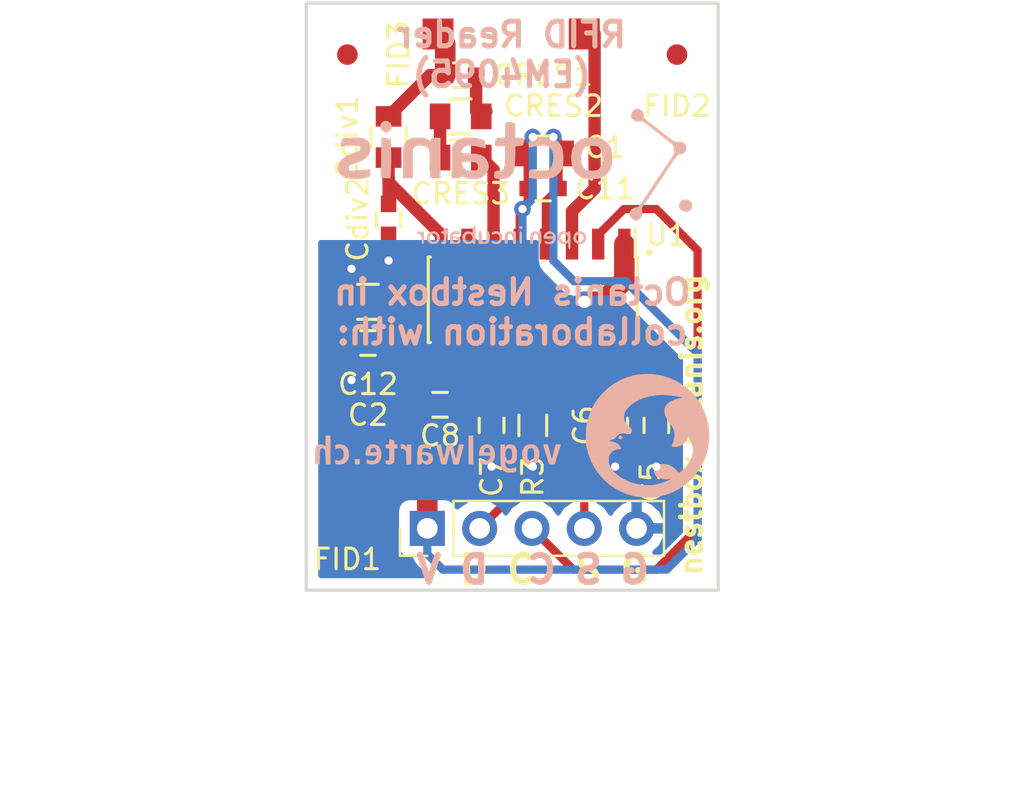
<source format=kicad_pcb>
(kicad_pcb (version 4) (host pcbnew 4.0.7)

  (general
    (links 34)
    (no_connects 0)
    (area 134.061904 97.725 183.938096 139.200001)
    (thickness 1.6)
    (drawings 15)
    (tracks 121)
    (zones 0)
    (modules 23)
    (nets 18)
  )

  (page A4)
  (layers
    (0 F.Cu signal)
    (31 B.Cu signal)
    (32 B.Adhes user)
    (33 F.Adhes user)
    (34 B.Paste user)
    (35 F.Paste user)
    (36 B.SilkS user)
    (37 F.SilkS user)
    (38 B.Mask user)
    (39 F.Mask user)
    (40 Dwgs.User user)
    (41 Cmts.User user)
    (42 Eco1.User user)
    (43 Eco2.User user)
    (44 Edge.Cuts user)
    (45 Margin user)
    (46 B.CrtYd user)
    (47 F.CrtYd user)
    (48 B.Fab user)
    (49 F.Fab user)
  )

  (setup
    (last_trace_width 0.25)
    (user_trace_width 1)
    (trace_clearance 0.2)
    (zone_clearance 0.508)
    (zone_45_only no)
    (trace_min 0.2)
    (segment_width 0.2)
    (edge_width 0.15)
    (via_size 0.8)
    (via_drill 0.4)
    (via_min_size 0.4)
    (via_min_drill 0.3)
    (uvia_size 0.3)
    (uvia_drill 0.1)
    (uvias_allowed no)
    (uvia_min_size 0.2)
    (uvia_min_drill 0.1)
    (pcb_text_width 0.3)
    (pcb_text_size 1.5 1.5)
    (mod_edge_width 0.15)
    (mod_text_size 1 1)
    (mod_text_width 0.15)
    (pad_size 1.524 1.524)
    (pad_drill 0.762)
    (pad_to_mask_clearance 0.2)
    (aux_axis_origin 0 0)
    (grid_origin 149 126.5)
    (visible_elements FFFFFF3F)
    (pcbplotparams
      (layerselection 0x010f0_80000001)
      (usegerberextensions true)
      (usegerberattributes true)
      (excludeedgelayer true)
      (linewidth 0.100000)
      (plotframeref false)
      (viasonmask false)
      (mode 1)
      (useauxorigin false)
      (hpglpennumber 1)
      (hpglpenspeed 20)
      (hpglpendiameter 15)
      (hpglpenoverlay 2)
      (psnegative false)
      (psa4output false)
      (plotreference true)
      (plotvalue false)
      (plotinvisibletext false)
      (padsonsilk false)
      (subtractmaskfromsilk false)
      (outputformat 1)
      (mirror false)
      (drillshape 0)
      (scaleselection 1)
      (outputdirectory Gerber/))
  )

  (net 0 "")
  (net 1 GND)
  (net 2 /RFID_VDD)
  (net 3 /ant2)
  (net 4 "Net-(C6-Pad2)")
  (net 5 "Net-(C7-Pad2)")
  (net 6 "Net-(C8-Pad2)")
  (net 7 /rdyclk)
  (net 8 /demod_out)
  (net 9 /shd)
  (net 10 "Net-(Cdiv1-Pad1)")
  (net 11 "Net-(C5-Pad2)")
  (net 12 "Net-(C8-Pad1)")
  (net 13 "Net-(CRES1-Pad1)")
  (net 14 "Net-(CRES2-Pad1)")
  (net 15 "Net-(CRES3-Pad1)")
  (net 16 "Net-(R3-Pad2)")
  (net 17 /ant1)

  (net_class Default "Dies ist die voreingestellte Netzklasse."
    (clearance 0.2)
    (trace_width 0.25)
    (via_dia 0.8)
    (via_drill 0.4)
    (uvia_dia 0.3)
    (uvia_drill 0.1)
    (add_net /RFID_VDD)
    (add_net /ant1)
    (add_net /ant2)
    (add_net /demod_out)
    (add_net /rdyclk)
    (add_net /shd)
    (add_net GND)
    (add_net "Net-(C5-Pad2)")
    (add_net "Net-(C6-Pad2)")
    (add_net "Net-(C7-Pad2)")
    (add_net "Net-(C8-Pad1)")
    (add_net "Net-(C8-Pad2)")
    (add_net "Net-(CRES1-Pad1)")
    (add_net "Net-(CRES2-Pad1)")
    (add_net "Net-(CRES3-Pad1)")
    (add_net "Net-(Cdiv1-Pad1)")
    (add_net "Net-(R3-Pad2)")
  )

  (net_class Antenna ""
    (clearance 0.2)
    (trace_width 1)
    (via_dia 0.8)
    (via_drill 0.4)
    (uvia_dia 0.3)
    (uvia_drill 0.1)
  )

  (module Fiducials:Fiducial_1mm_Dia_2.54mm_Outer_CopperTop (layer F.Cu) (tedit 5B1D8A58) (tstamp 5B6E7D26)
    (at 2 -26)
    (descr "Circular Fiducial, 1mm bare copper top; 2.54mm keepout")
    (tags marker)
    (attr smd)
    (fp_text reference FID3 (at 2.5 0 270) (layer F.SilkS)
      (effects (font (size 1 1) (thickness 0.15)))
    )
    (fp_text value Fiducial_1mm_Dia_2.54mm_Outer_CopperTop (at 0 -1.8) (layer F.Fab)
      (effects (font (size 1 1) (thickness 0.15)))
    )
    (fp_circle (center 0 0) (end 1.55 0) (layer F.CrtYd) (width 0.05))
    (pad ~ smd circle (at 0 0) (size 1 1) (layers F.Cu F.Mask)
      (solder_mask_margin 0.77) (clearance 0.77))
  )

  (module Fiducials:Fiducial_1mm_Dia_2.54mm_Outer_CopperTop (layer F.Cu) (tedit 5B1D8A2A) (tstamp 5B6E7D08)
    (at 18 -26)
    (descr "Circular Fiducial, 1mm bare copper top; 2.54mm keepout")
    (tags marker)
    (attr smd)
    (fp_text reference FID2 (at 0 2.5 180) (layer F.SilkS)
      (effects (font (size 1 1) (thickness 0.15)))
    )
    (fp_text value Fiducial_1mm_Dia_2.54mm_Outer_CopperTop (at 0 -1.8) (layer F.Fab)
      (effects (font (size 1 1) (thickness 0.15)))
    )
    (fp_circle (center 0 0) (end 1.55 0) (layer F.CrtYd) (width 0.05))
    (pad ~ smd circle (at 0 0) (size 1 1) (layers F.Cu F.Mask)
      (solder_mask_margin 0.77) (clearance 0.77))
  )

  (module Capacitors_SMD:C_0603 (layer F.Cu) (tedit 5415D631) (tstamp 5B017901)
    (at 17 -8 90)
    (descr "Capacitor SMD 0603, reflow soldering, AVX (see smccp.pdf)")
    (tags "capacitor 0603")
    (path /5AFA1B9F)
    (attr smd)
    (fp_text reference C5 (at -2.75 -0.25 90) (layer F.SilkS)
      (effects (font (size 1 1) (thickness 0.15)))
    )
    (fp_text value "10n  (22n max)" (at 0 1.9 90) (layer F.Fab)
      (effects (font (size 1 1) (thickness 0.15)))
    )
    (fp_line (start -1.45 -0.75) (end 1.45 -0.75) (layer F.CrtYd) (width 0.05))
    (fp_line (start -1.45 0.75) (end 1.45 0.75) (layer F.CrtYd) (width 0.05))
    (fp_line (start -1.45 -0.75) (end -1.45 0.75) (layer F.CrtYd) (width 0.05))
    (fp_line (start 1.45 -0.75) (end 1.45 0.75) (layer F.CrtYd) (width 0.05))
    (fp_line (start -0.35 -0.6) (end 0.35 -0.6) (layer F.SilkS) (width 0.15))
    (fp_line (start 0.35 0.6) (end -0.35 0.6) (layer F.SilkS) (width 0.15))
    (pad 1 smd rect (at -0.75 0 90) (size 0.8 0.75) (layers F.Cu F.Paste F.Mask)
      (net 1 GND))
    (pad 2 smd rect (at 0.75 0 90) (size 0.8 0.75) (layers F.Cu F.Paste F.Mask)
      (net 11 "Net-(C5-Pad2)"))
    (model Capacitors_SMD.3dshapes/C_0603.wrl
      (at (xyz 0 0 0))
      (scale (xyz 1 1 1))
      (rotate (xyz 0 0 0))
    )
  )

  (module Capacitors_SMD:C_0603 (layer F.Cu) (tedit 5415D631) (tstamp 5B01790D)
    (at 15 -8 90)
    (descr "Capacitor SMD 0603, reflow soldering, AVX (see smccp.pdf)")
    (tags "capacitor 0603")
    (path /5AFA1EF5)
    (attr smd)
    (fp_text reference C6 (at 0 -1.5 90) (layer F.SilkS)
      (effects (font (size 1 1) (thickness 0.15)))
    )
    (fp_text value 10n (at 0 1.9 90) (layer F.Fab)
      (effects (font (size 1 1) (thickness 0.15)))
    )
    (fp_line (start 0.35 0.6) (end -0.35 0.6) (layer F.SilkS) (width 0.15))
    (fp_line (start -0.35 -0.6) (end 0.35 -0.6) (layer F.SilkS) (width 0.15))
    (fp_line (start 1.45 -0.75) (end 1.45 0.75) (layer F.CrtYd) (width 0.05))
    (fp_line (start -1.45 -0.75) (end -1.45 0.75) (layer F.CrtYd) (width 0.05))
    (fp_line (start -1.45 0.75) (end 1.45 0.75) (layer F.CrtYd) (width 0.05))
    (fp_line (start -1.45 -0.75) (end 1.45 -0.75) (layer F.CrtYd) (width 0.05))
    (pad 2 smd rect (at 0.75 0 90) (size 0.8 0.75) (layers F.Cu F.Paste F.Mask)
      (net 4 "Net-(C6-Pad2)"))
    (pad 1 smd rect (at -0.75 0 90) (size 0.8 0.75) (layers F.Cu F.Paste F.Mask)
      (net 1 GND))
    (model Capacitors_SMD.3dshapes/C_0603.wrl
      (at (xyz 0 0 0))
      (scale (xyz 1 1 1))
      (rotate (xyz 0 0 0))
    )
  )

  (module Capacitors_SMD:C_0603 (layer F.Cu) (tedit 5415D631) (tstamp 5B017919)
    (at 9 -8 90)
    (descr "Capacitor SMD 0603, reflow soldering, AVX (see smccp.pdf)")
    (tags "capacitor 0603")
    (path /5AFA2685)
    (attr smd)
    (fp_text reference C7 (at -2.5 0 90) (layer F.SilkS)
      (effects (font (size 1 1) (thickness 0.15)))
    )
    (fp_text value 100n (at 0 1.9 90) (layer F.Fab)
      (effects (font (size 1 1) (thickness 0.15)))
    )
    (fp_line (start -1.45 -0.75) (end 1.45 -0.75) (layer F.CrtYd) (width 0.05))
    (fp_line (start -1.45 0.75) (end 1.45 0.75) (layer F.CrtYd) (width 0.05))
    (fp_line (start -1.45 -0.75) (end -1.45 0.75) (layer F.CrtYd) (width 0.05))
    (fp_line (start 1.45 -0.75) (end 1.45 0.75) (layer F.CrtYd) (width 0.05))
    (fp_line (start -0.35 -0.6) (end 0.35 -0.6) (layer F.SilkS) (width 0.15))
    (fp_line (start 0.35 0.6) (end -0.35 0.6) (layer F.SilkS) (width 0.15))
    (pad 1 smd rect (at -0.75 0 90) (size 0.8 0.75) (layers F.Cu F.Paste F.Mask)
      (net 1 GND))
    (pad 2 smd rect (at 0.75 0 90) (size 0.8 0.75) (layers F.Cu F.Paste F.Mask)
      (net 5 "Net-(C7-Pad2)"))
    (model Capacitors_SMD.3dshapes/C_0603.wrl
      (at (xyz 0 0 0))
      (scale (xyz 1 1 1))
      (rotate (xyz 0 0 0))
    )
  )

  (module Housings_SOIC:SOIC-16_3.9x9.9mm_Pitch1.27mm (layer F.Cu) (tedit 54130A77) (tstamp 5B0C8979)
    (at 11 -14.1 270)
    (descr "16-Lead Plastic Small Outline (SL) - Narrow, 3.90 mm Body [SOIC] (see Microchip Packaging Specification 00000049BS.pdf)")
    (tags "SOIC 1.27")
    (path /5AFA0C2C)
    (attr smd)
    (fp_text reference U1 (at -3.15 -6.5 360) (layer F.SilkS)
      (effects (font (size 1 1) (thickness 0.15)))
    )
    (fp_text value EM4095 (at 0 6 270) (layer F.Fab)
      (effects (font (size 1 1) (thickness 0.15)))
    )
    (fp_line (start -3.7 -5.25) (end -3.7 5.25) (layer F.CrtYd) (width 0.05))
    (fp_line (start 3.7 -5.25) (end 3.7 5.25) (layer F.CrtYd) (width 0.05))
    (fp_line (start -3.7 -5.25) (end 3.7 -5.25) (layer F.CrtYd) (width 0.05))
    (fp_line (start -3.7 5.25) (end 3.7 5.25) (layer F.CrtYd) (width 0.05))
    (fp_line (start -2.075 -5.075) (end -2.075 -4.97) (layer F.SilkS) (width 0.15))
    (fp_line (start 2.075 -5.075) (end 2.075 -4.97) (layer F.SilkS) (width 0.15))
    (fp_line (start 2.075 5.075) (end 2.075 4.97) (layer F.SilkS) (width 0.15))
    (fp_line (start -2.075 5.075) (end -2.075 4.97) (layer F.SilkS) (width 0.15))
    (fp_line (start -2.075 -5.075) (end 2.075 -5.075) (layer F.SilkS) (width 0.15))
    (fp_line (start -2.075 5.075) (end 2.075 5.075) (layer F.SilkS) (width 0.15))
    (fp_line (start -2.075 -4.97) (end -3.45 -4.97) (layer F.SilkS) (width 0.15))
    (pad 1 smd rect (at -2.7 -4.445 270) (size 1.5 0.6) (layers F.Cu F.Paste F.Mask)
      (net 1 GND))
    (pad 2 smd rect (at -2.7 -3.175 270) (size 1.5 0.6) (layers F.Cu F.Paste F.Mask)
      (net 7 /rdyclk))
    (pad 3 smd rect (at -2.7 -1.905 270) (size 1.5 0.6) (layers F.Cu F.Paste F.Mask)
      (net 17 /ant1))
    (pad 4 smd rect (at -2.7 -0.635 270) (size 1.5 0.6) (layers F.Cu F.Paste F.Mask)
      (net 2 /RFID_VDD))
    (pad 5 smd rect (at -2.7 0.635 270) (size 1.5 0.6) (layers F.Cu F.Paste F.Mask)
      (net 1 GND))
    (pad 6 smd rect (at -2.7 1.905 270) (size 1.5 0.6) (layers F.Cu F.Paste F.Mask)
      (net 15 "Net-(CRES3-Pad1)"))
    (pad 7 smd rect (at -2.7 3.175 270) (size 1.5 0.6) (layers F.Cu F.Paste F.Mask)
      (net 2 /RFID_VDD))
    (pad 8 smd rect (at -2.7 4.445 270) (size 1.5 0.6) (layers F.Cu F.Paste F.Mask)
      (net 10 "Net-(Cdiv1-Pad1)"))
    (pad 9 smd rect (at 2.7 4.445 270) (size 1.5 0.6) (layers F.Cu F.Paste F.Mask)
      (net 12 "Net-(C8-Pad1)"))
    (pad 10 smd rect (at 2.7 3.175 270) (size 1.5 0.6) (layers F.Cu F.Paste F.Mask)
      (net 6 "Net-(C8-Pad2)"))
    (pad 11 smd rect (at 2.7 1.905 270) (size 1.5 0.6) (layers F.Cu F.Paste F.Mask)
      (net 5 "Net-(C7-Pad2)"))
    (pad 12 smd rect (at 2.7 0.635 270) (size 1.5 0.6) (layers F.Cu F.Paste F.Mask)
      (net 16 "Net-(R3-Pad2)"))
    (pad 13 smd rect (at 2.7 -0.635 270) (size 1.5 0.6) (layers F.Cu F.Paste F.Mask)
      (net 8 /demod_out))
    (pad 14 smd rect (at 2.7 -1.905 270) (size 1.5 0.6) (layers F.Cu F.Paste F.Mask)
      (net 9 /shd))
    (pad 15 smd rect (at 2.7 -3.175 270) (size 1.5 0.6) (layers F.Cu F.Paste F.Mask)
      (net 4 "Net-(C6-Pad2)"))
    (pad 16 smd rect (at 2.7 -4.445 270) (size 1.5 0.6) (layers F.Cu F.Paste F.Mask)
      (net 11 "Net-(C5-Pad2)"))
    (model Housings_SOIC.3dshapes/SOIC-16_3.9x9.9mm_Pitch1.27mm.wrl
      (at (xyz 0 0 0))
      (scale (xyz 1 1 1))
      (rotate (xyz 0 0 0))
    )
  )

  (module Capacitors_SMD:C_0603 (layer F.Cu) (tedit 5415D631) (tstamp 5B1D5482)
    (at 3 -12)
    (descr "Capacitor SMD 0603, reflow soldering, AVX (see smccp.pdf)")
    (tags "capacitor 0603")
    (path /5B1BD07A)
    (attr smd)
    (fp_text reference C2 (at 0 3.5) (layer F.SilkS)
      (effects (font (size 1 1) (thickness 0.15)))
    )
    (fp_text value 100n (at 0 1.9) (layer F.Fab)
      (effects (font (size 1 1) (thickness 0.15)))
    )
    (fp_line (start -0.8 0.4) (end -0.8 -0.4) (layer F.Fab) (width 0.15))
    (fp_line (start 0.8 0.4) (end -0.8 0.4) (layer F.Fab) (width 0.15))
    (fp_line (start 0.8 -0.4) (end 0.8 0.4) (layer F.Fab) (width 0.15))
    (fp_line (start -0.8 -0.4) (end 0.8 -0.4) (layer F.Fab) (width 0.15))
    (fp_line (start -1.45 -0.75) (end 1.45 -0.75) (layer F.CrtYd) (width 0.05))
    (fp_line (start -1.45 0.75) (end 1.45 0.75) (layer F.CrtYd) (width 0.05))
    (fp_line (start -1.45 -0.75) (end -1.45 0.75) (layer F.CrtYd) (width 0.05))
    (fp_line (start 1.45 -0.75) (end 1.45 0.75) (layer F.CrtYd) (width 0.05))
    (fp_line (start -0.35 -0.6) (end 0.35 -0.6) (layer F.SilkS) (width 0.15))
    (fp_line (start 0.35 0.6) (end -0.35 0.6) (layer F.SilkS) (width 0.15))
    (pad 1 smd rect (at -0.75 0) (size 0.8 0.75) (layers F.Cu F.Paste F.Mask)
      (net 1 GND))
    (pad 2 smd rect (at 0.75 0) (size 0.8 0.75) (layers F.Cu F.Paste F.Mask)
      (net 2 /RFID_VDD))
    (model Capacitors_SMD.3dshapes/C_0603.wrl
      (at (xyz 0 0 0))
      (scale (xyz 1 1 1))
      (rotate (xyz 0 0 0))
    )
  )

  (module Capacitors_SMD:C_0603 (layer F.Cu) (tedit 5415D631) (tstamp 5B1D5492)
    (at 6.5 -9)
    (descr "Capacitor SMD 0603, reflow soldering, AVX (see smccp.pdf)")
    (tags "capacitor 0603")
    (path /5B1D2F3A)
    (attr smd)
    (fp_text reference C8 (at 0 1.5) (layer F.SilkS)
      (effects (font (size 1 1) (thickness 0.15)))
    )
    (fp_text value "DNP or 100n" (at 0 1.9) (layer F.Fab)
      (effects (font (size 1 1) (thickness 0.15)))
    )
    (fp_line (start -0.8 0.4) (end -0.8 -0.4) (layer F.Fab) (width 0.15))
    (fp_line (start 0.8 0.4) (end -0.8 0.4) (layer F.Fab) (width 0.15))
    (fp_line (start 0.8 -0.4) (end 0.8 0.4) (layer F.Fab) (width 0.15))
    (fp_line (start -0.8 -0.4) (end 0.8 -0.4) (layer F.Fab) (width 0.15))
    (fp_line (start -1.45 -0.75) (end 1.45 -0.75) (layer F.CrtYd) (width 0.05))
    (fp_line (start -1.45 0.75) (end 1.45 0.75) (layer F.CrtYd) (width 0.05))
    (fp_line (start -1.45 -0.75) (end -1.45 0.75) (layer F.CrtYd) (width 0.05))
    (fp_line (start 1.45 -0.75) (end 1.45 0.75) (layer F.CrtYd) (width 0.05))
    (fp_line (start -0.35 -0.6) (end 0.35 -0.6) (layer F.SilkS) (width 0.15))
    (fp_line (start 0.35 0.6) (end -0.35 0.6) (layer F.SilkS) (width 0.15))
    (pad 1 smd rect (at -0.75 0) (size 0.8 0.75) (layers F.Cu F.Paste F.Mask)
      (net 12 "Net-(C8-Pad1)"))
    (pad 2 smd rect (at 0.75 0) (size 0.8 0.75) (layers F.Cu F.Paste F.Mask)
      (net 6 "Net-(C8-Pad2)"))
    (model Capacitors_SMD.3dshapes/C_0603.wrl
      (at (xyz 0 0 0))
      (scale (xyz 1 1 1))
      (rotate (xyz 0 0 0))
    )
  )

  (module Capacitors_SMD:C_0805 (layer F.Cu) (tedit 5415D6EA) (tstamp 5B1D54B2)
    (at 4 -22 90)
    (descr "Capacitor SMD 0805, reflow soldering, AVX (see smccp.pdf)")
    (tags "capacitor 0805")
    (path /5B1D0396)
    (attr smd)
    (fp_text reference Cdiv1 (at 0 -2 90) (layer F.SilkS)
      (effects (font (size 1 1) (thickness 0.15)))
    )
    (fp_text value "10p 500V" (at 0 2.1 90) (layer F.Fab)
      (effects (font (size 1 1) (thickness 0.15)))
    )
    (fp_line (start -1 0.625) (end -1 -0.625) (layer F.Fab) (width 0.15))
    (fp_line (start 1 0.625) (end -1 0.625) (layer F.Fab) (width 0.15))
    (fp_line (start 1 -0.625) (end 1 0.625) (layer F.Fab) (width 0.15))
    (fp_line (start -1 -0.625) (end 1 -0.625) (layer F.Fab) (width 0.15))
    (fp_line (start -1.8 -1) (end 1.8 -1) (layer F.CrtYd) (width 0.05))
    (fp_line (start -1.8 1) (end 1.8 1) (layer F.CrtYd) (width 0.05))
    (fp_line (start -1.8 -1) (end -1.8 1) (layer F.CrtYd) (width 0.05))
    (fp_line (start 1.8 -1) (end 1.8 1) (layer F.CrtYd) (width 0.05))
    (fp_line (start 0.5 -0.85) (end -0.5 -0.85) (layer F.SilkS) (width 0.15))
    (fp_line (start -0.5 0.85) (end 0.5 0.85) (layer F.SilkS) (width 0.15))
    (pad 1 smd rect (at -1 0 90) (size 1 1.25) (layers F.Cu F.Paste F.Mask)
      (net 10 "Net-(Cdiv1-Pad1)"))
    (pad 2 smd rect (at 1 0 90) (size 1 1.25) (layers F.Cu F.Paste F.Mask)
      (net 3 /ant2))
    (model Capacitors_SMD.3dshapes/C_0805.wrl
      (at (xyz 0 0 0))
      (scale (xyz 1 1 1))
      (rotate (xyz 0 0 0))
    )
  )

  (module Capacitors_SMD:C_0603 (layer F.Cu) (tedit 5415D631) (tstamp 5B1D54C2)
    (at 4 -18 90)
    (descr "Capacitor SMD 0603, reflow soldering, AVX (see smccp.pdf)")
    (tags "capacitor 0603")
    (path /5A0F0961)
    (attr smd)
    (fp_text reference Cdiv2 (at 0 -1.5 90) (layer F.SilkS)
      (effects (font (size 1 1) (thickness 0.15)))
    )
    (fp_text value 1.5n (at 0 1.9 90) (layer F.Fab)
      (effects (font (size 1 1) (thickness 0.15)))
    )
    (fp_line (start -0.8 0.4) (end -0.8 -0.4) (layer F.Fab) (width 0.15))
    (fp_line (start 0.8 0.4) (end -0.8 0.4) (layer F.Fab) (width 0.15))
    (fp_line (start 0.8 -0.4) (end 0.8 0.4) (layer F.Fab) (width 0.15))
    (fp_line (start -0.8 -0.4) (end 0.8 -0.4) (layer F.Fab) (width 0.15))
    (fp_line (start -1.45 -0.75) (end 1.45 -0.75) (layer F.CrtYd) (width 0.05))
    (fp_line (start -1.45 0.75) (end 1.45 0.75) (layer F.CrtYd) (width 0.05))
    (fp_line (start -1.45 -0.75) (end -1.45 0.75) (layer F.CrtYd) (width 0.05))
    (fp_line (start 1.45 -0.75) (end 1.45 0.75) (layer F.CrtYd) (width 0.05))
    (fp_line (start -0.35 -0.6) (end 0.35 -0.6) (layer F.SilkS) (width 0.15))
    (fp_line (start 0.35 0.6) (end -0.35 0.6) (layer F.SilkS) (width 0.15))
    (pad 1 smd rect (at -0.75 0 90) (size 0.8 0.75) (layers F.Cu F.Paste F.Mask)
      (net 1 GND))
    (pad 2 smd rect (at 0.75 0 90) (size 0.8 0.75) (layers F.Cu F.Paste F.Mask)
      (net 10 "Net-(Cdiv1-Pad1)"))
    (model Capacitors_SMD.3dshapes/C_0603.wrl
      (at (xyz 0 0 0))
      (scale (xyz 1 1 1))
      (rotate (xyz 0 0 0))
    )
  )

  (module Capacitors_SMD:C_0805 (layer F.Cu) (tedit 5415D6EA) (tstamp 5B1D54D8)
    (at 7.5 -23)
    (descr "Capacitor SMD 0805, reflow soldering, AVX (see smccp.pdf)")
    (tags "capacitor 0805")
    (path /5B1CCB22)
    (attr smd)
    (fp_text reference CRES2 (at 4.5 -0.5) (layer F.SilkS)
      (effects (font (size 1 1) (thickness 0.15)))
    )
    (fp_text value "1.8n 250V" (at 0 2.1) (layer F.Fab)
      (effects (font (size 1 1) (thickness 0.15)))
    )
    (fp_line (start -1 0.625) (end -1 -0.625) (layer F.Fab) (width 0.15))
    (fp_line (start 1 0.625) (end -1 0.625) (layer F.Fab) (width 0.15))
    (fp_line (start 1 -0.625) (end 1 0.625) (layer F.Fab) (width 0.15))
    (fp_line (start -1 -0.625) (end 1 -0.625) (layer F.Fab) (width 0.15))
    (fp_line (start -1.8 -1) (end 1.8 -1) (layer F.CrtYd) (width 0.05))
    (fp_line (start -1.8 1) (end 1.8 1) (layer F.CrtYd) (width 0.05))
    (fp_line (start -1.8 -1) (end -1.8 1) (layer F.CrtYd) (width 0.05))
    (fp_line (start 1.8 -1) (end 1.8 1) (layer F.CrtYd) (width 0.05))
    (fp_line (start 0.5 -0.85) (end -0.5 -0.85) (layer F.SilkS) (width 0.15))
    (fp_line (start -0.5 0.85) (end 0.5 0.85) (layer F.SilkS) (width 0.15))
    (pad 1 smd rect (at -1 0) (size 1 1.25) (layers F.Cu F.Paste F.Mask)
      (net 14 "Net-(CRES2-Pad1)"))
    (pad 2 smd rect (at 1 0) (size 1 1.25) (layers F.Cu F.Paste F.Mask)
      (net 13 "Net-(CRES1-Pad1)"))
    (model Capacitors_SMD.3dshapes/C_0805.wrl
      (at (xyz 0 0 0))
      (scale (xyz 1 1 1))
      (rotate (xyz 0 0 0))
    )
  )

  (module Capacitors_SMD:C_0805 (layer F.Cu) (tedit 5415D6EA) (tstamp 5B1D54E8)
    (at 7.5 -21 180)
    (descr "Capacitor SMD 0805, reflow soldering, AVX (see smccp.pdf)")
    (tags "capacitor 0805")
    (path /5B1CC93D)
    (attr smd)
    (fp_text reference CRES3 (at 0 -1.75 180) (layer F.SilkS)
      (effects (font (size 1 1) (thickness 0.15)))
    )
    (fp_text value "1n 450V" (at 0 2.1 180) (layer F.Fab)
      (effects (font (size 1 1) (thickness 0.15)))
    )
    (fp_line (start -1 0.625) (end -1 -0.625) (layer F.Fab) (width 0.15))
    (fp_line (start 1 0.625) (end -1 0.625) (layer F.Fab) (width 0.15))
    (fp_line (start 1 -0.625) (end 1 0.625) (layer F.Fab) (width 0.15))
    (fp_line (start -1 -0.625) (end 1 -0.625) (layer F.Fab) (width 0.15))
    (fp_line (start -1.8 -1) (end 1.8 -1) (layer F.CrtYd) (width 0.05))
    (fp_line (start -1.8 1) (end 1.8 1) (layer F.CrtYd) (width 0.05))
    (fp_line (start -1.8 -1) (end -1.8 1) (layer F.CrtYd) (width 0.05))
    (fp_line (start 1.8 -1) (end 1.8 1) (layer F.CrtYd) (width 0.05))
    (fp_line (start 0.5 -0.85) (end -0.5 -0.85) (layer F.SilkS) (width 0.15))
    (fp_line (start -0.5 0.85) (end 0.5 0.85) (layer F.SilkS) (width 0.15))
    (pad 1 smd rect (at -1 0 180) (size 1 1.25) (layers F.Cu F.Paste F.Mask)
      (net 15 "Net-(CRES3-Pad1)"))
    (pad 2 smd rect (at 1 0 180) (size 1 1.25) (layers F.Cu F.Paste F.Mask)
      (net 14 "Net-(CRES2-Pad1)"))
    (model Capacitors_SMD.3dshapes/C_0805.wrl
      (at (xyz 0 0 0))
      (scale (xyz 1 1 1))
      (rotate (xyz 0 0 0))
    )
  )

  (module Pin_Headers:Pin_Header_Straight_1x05_Pitch2.54mm (layer F.Cu) (tedit 5BB24194) (tstamp 5B1D552D)
    (at 5.88 -3 90)
    (descr "Through hole straight pin header, 1x05, 2.54mm pitch, single row")
    (tags "Through hole pin header THT 1x05 2.54mm single row")
    (path /5B1D394E)
    (fp_text reference J1 (at -2 0.12 180) (layer F.SilkS) hide
      (effects (font (size 1 1) (thickness 0.15)))
    )
    (fp_text value CONN_01X05 (at 0 12.49 90) (layer F.Fab)
      (effects (font (size 1 1) (thickness 0.15)))
    )
    (fp_line (start -0.635 -1.27) (end 1.27 -1.27) (layer F.Fab) (width 0.1))
    (fp_line (start 1.27 -1.27) (end 1.27 11.43) (layer F.Fab) (width 0.1))
    (fp_line (start 1.27 11.43) (end -1.27 11.43) (layer F.Fab) (width 0.1))
    (fp_line (start -1.27 11.43) (end -1.27 -0.635) (layer F.Fab) (width 0.1))
    (fp_line (start -1.27 -0.635) (end -0.635 -1.27) (layer F.Fab) (width 0.1))
    (fp_line (start -1.33 11.49) (end 1.33 11.49) (layer F.SilkS) (width 0.12))
    (fp_line (start -1.33 1.27) (end -1.33 11.49) (layer F.SilkS) (width 0.12))
    (fp_line (start 1.33 1.27) (end 1.33 11.49) (layer F.SilkS) (width 0.12))
    (fp_line (start -1.33 1.27) (end 1.33 1.27) (layer F.SilkS) (width 0.12))
    (fp_line (start -1.33 0) (end -1.33 -1.33) (layer F.SilkS) (width 0.12))
    (fp_line (start -1.33 -1.33) (end 0 -1.33) (layer F.SilkS) (width 0.12))
    (fp_line (start -1.8 -1.8) (end -1.8 11.95) (layer F.CrtYd) (width 0.05))
    (fp_line (start -1.8 11.95) (end 1.8 11.95) (layer F.CrtYd) (width 0.05))
    (fp_line (start 1.8 11.95) (end 1.8 -1.8) (layer F.CrtYd) (width 0.05))
    (fp_line (start 1.8 -1.8) (end -1.8 -1.8) (layer F.CrtYd) (width 0.05))
    (fp_text user %R (at 0 5.08 180) (layer F.Fab)
      (effects (font (size 1 1) (thickness 0.15)))
    )
    (pad 1 thru_hole rect (at 0 0 90) (size 1.7 1.7) (drill 1) (layers *.Cu *.Mask)
      (net 2 /RFID_VDD))
    (pad 2 thru_hole oval (at 0 2.54 90) (size 1.7 1.7) (drill 1) (layers *.Cu *.Mask)
      (net 8 /demod_out))
    (pad 3 thru_hole oval (at 0 5.08 90) (size 1.7 1.7) (drill 1) (layers *.Cu *.Mask)
      (net 7 /rdyclk))
    (pad 4 thru_hole oval (at 0 7.62 90) (size 1.7 1.7) (drill 1) (layers *.Cu *.Mask)
      (net 9 /shd))
    (pad 5 thru_hole oval (at 0 10.16 90) (size 1.7 1.7) (drill 1) (layers *.Cu *.Mask)
      (net 1 GND))
    (model ${KISYS3DMOD}/Pin_Headers.3dshapes/Pin_Header_Straight_1x05_Pitch2.54mm.wrl
      (at (xyz 0 0 0))
      (scale (xyz 1 1 1))
      (rotate (xyz 0 0 0))
    )
  )

  (module Resistors_SMD:R_0603 (layer F.Cu) (tedit 58307A47) (tstamp 5B1D553F)
    (at 11 -8 90)
    (descr "Resistor SMD 0603, reflow soldering, Vishay (see dcrcw.pdf)")
    (tags "resistor 0603")
    (path /5B1D34BC)
    (attr smd)
    (fp_text reference R3 (at -2.5 0 90) (layer F.SilkS)
      (effects (font (size 1 1) (thickness 0.15)))
    )
    (fp_text value 0R (at 0 1.9 90) (layer F.Fab)
      (effects (font (size 1 1) (thickness 0.15)))
    )
    (fp_line (start -0.8 0.4) (end -0.8 -0.4) (layer F.Fab) (width 0.1))
    (fp_line (start 0.8 0.4) (end -0.8 0.4) (layer F.Fab) (width 0.1))
    (fp_line (start 0.8 -0.4) (end 0.8 0.4) (layer F.Fab) (width 0.1))
    (fp_line (start -0.8 -0.4) (end 0.8 -0.4) (layer F.Fab) (width 0.1))
    (fp_line (start -1.3 -0.8) (end 1.3 -0.8) (layer F.CrtYd) (width 0.05))
    (fp_line (start -1.3 0.8) (end 1.3 0.8) (layer F.CrtYd) (width 0.05))
    (fp_line (start -1.3 -0.8) (end -1.3 0.8) (layer F.CrtYd) (width 0.05))
    (fp_line (start 1.3 -0.8) (end 1.3 0.8) (layer F.CrtYd) (width 0.05))
    (fp_line (start 0.5 0.675) (end -0.5 0.675) (layer F.SilkS) (width 0.15))
    (fp_line (start -0.5 -0.675) (end 0.5 -0.675) (layer F.SilkS) (width 0.15))
    (pad 1 smd rect (at -0.75 0 90) (size 0.5 0.9) (layers F.Cu F.Paste F.Mask)
      (net 1 GND))
    (pad 2 smd rect (at 0.75 0 90) (size 0.5 0.9) (layers F.Cu F.Paste F.Mask)
      (net 16 "Net-(R3-Pad2)"))
    (model Resistors_SMD.3dshapes/R_0603.wrl
      (at (xyz 0 0 0))
      (scale (xyz 1 1 1))
      (rotate (xyz 0 0 0))
    )
  )

  (module Capacitors_SMD:C_0603 (layer F.Cu) (tedit 5415D631) (tstamp 5B1D3903)
    (at 7.5 -25 180)
    (descr "Capacitor SMD 0603, reflow soldering, AVX (see smccp.pdf)")
    (tags "capacitor 0603")
    (path /5B1BDB46)
    (attr smd)
    (fp_text reference CRES1 (at -4 0 180) (layer F.SilkS)
      (effects (font (size 1 1) (thickness 0.15)))
    )
    (fp_text value "C_fine_tuning (10nF, 50V)" (at 0 1.9 180) (layer F.Fab)
      (effects (font (size 1 1) (thickness 0.15)))
    )
    (fp_line (start -0.8 0.4) (end -0.8 -0.4) (layer F.Fab) (width 0.15))
    (fp_line (start 0.8 0.4) (end -0.8 0.4) (layer F.Fab) (width 0.15))
    (fp_line (start 0.8 -0.4) (end 0.8 0.4) (layer F.Fab) (width 0.15))
    (fp_line (start -0.8 -0.4) (end 0.8 -0.4) (layer F.Fab) (width 0.15))
    (fp_line (start -1.45 -0.75) (end 1.45 -0.75) (layer F.CrtYd) (width 0.05))
    (fp_line (start -1.45 0.75) (end 1.45 0.75) (layer F.CrtYd) (width 0.05))
    (fp_line (start -1.45 -0.75) (end -1.45 0.75) (layer F.CrtYd) (width 0.05))
    (fp_line (start 1.45 -0.75) (end 1.45 0.75) (layer F.CrtYd) (width 0.05))
    (fp_line (start -0.35 -0.6) (end 0.35 -0.6) (layer F.SilkS) (width 0.15))
    (fp_line (start 0.35 0.6) (end -0.35 0.6) (layer F.SilkS) (width 0.15))
    (pad 1 smd rect (at -0.75 0 180) (size 0.8 0.75) (layers F.Cu F.Paste F.Mask)
      (net 13 "Net-(CRES1-Pad1)"))
    (pad 2 smd rect (at 0.75 0 180) (size 0.8 0.75) (layers F.Cu F.Paste F.Mask)
      (net 3 /ant2))
    (model Capacitors_SMD.3dshapes/C_0603.wrl
      (at (xyz 0 0 0))
      (scale (xyz 1 1 1))
      (rotate (xyz 0 0 0))
    )
  )

  (module Capacitors_SMD:C_0603 (layer F.Cu) (tedit 5415D631) (tstamp 5B23B017)
    (at 11.5 -19.5 180)
    (descr "Capacitor SMD 0603, reflow soldering, AVX (see smccp.pdf)")
    (tags "capacitor 0603")
    (path /5B1D5387)
    (attr smd)
    (fp_text reference C11 (at -3 0 180) (layer F.SilkS)
      (effects (font (size 1 1) (thickness 0.15)))
    )
    (fp_text value 100n (at 0 1.9 180) (layer F.Fab)
      (effects (font (size 1 1) (thickness 0.15)))
    )
    (fp_line (start -0.8 0.4) (end -0.8 -0.4) (layer F.Fab) (width 0.15))
    (fp_line (start 0.8 0.4) (end -0.8 0.4) (layer F.Fab) (width 0.15))
    (fp_line (start 0.8 -0.4) (end 0.8 0.4) (layer F.Fab) (width 0.15))
    (fp_line (start -0.8 -0.4) (end 0.8 -0.4) (layer F.Fab) (width 0.15))
    (fp_line (start -1.45 -0.75) (end 1.45 -0.75) (layer F.CrtYd) (width 0.05))
    (fp_line (start -1.45 0.75) (end 1.45 0.75) (layer F.CrtYd) (width 0.05))
    (fp_line (start -1.45 -0.75) (end -1.45 0.75) (layer F.CrtYd) (width 0.05))
    (fp_line (start 1.45 -0.75) (end 1.45 0.75) (layer F.CrtYd) (width 0.05))
    (fp_line (start -0.35 -0.6) (end 0.35 -0.6) (layer F.SilkS) (width 0.15))
    (fp_line (start 0.35 0.6) (end -0.35 0.6) (layer F.SilkS) (width 0.15))
    (pad 1 smd rect (at -0.75 0 180) (size 0.8 0.75) (layers F.Cu F.Paste F.Mask)
      (net 2 /RFID_VDD))
    (pad 2 smd rect (at 0.75 0 180) (size 0.8 0.75) (layers F.Cu F.Paste F.Mask)
      (net 1 GND))
    (model Capacitors_SMD.3dshapes/C_0603.wrl
      (at (xyz 0 0 0))
      (scale (xyz 1 1 1))
      (rotate (xyz 0 0 0))
    )
  )

  (module Measurement_Points:Measurement_Point_Square-SMD-Pad_Small (layer F.Cu) (tedit 5B97DBD3) (tstamp 5B4081F7)
    (at 13.5 -27)
    (descr "Mesurement Point, Square, SMD Pad,  1.5mm x 1.5mm,")
    (tags "Mesurement Point Square SMD Pad 1.5x1.5mm")
    (path /5B1D646B)
    (attr virtual)
    (fp_text reference J2 (at 3 0) (layer F.SilkS) hide
      (effects (font (size 1 1) (thickness 0.15)))
    )
    (fp_text value CONN_01X01 (at 0 2) (layer F.Fab)
      (effects (font (size 1 1) (thickness 0.15)))
    )
    (fp_line (start -1 -1) (end 1 -1) (layer F.CrtYd) (width 0.05))
    (fp_line (start 1 -1) (end 1 1) (layer F.CrtYd) (width 0.05))
    (fp_line (start 1 1) (end -1 1) (layer F.CrtYd) (width 0.05))
    (fp_line (start -1 1) (end -1 -1) (layer F.CrtYd) (width 0.05))
    (pad 1 smd rect (at 0 0) (size 1.5 1.5) (layers F.Cu F.Mask)
      (net 17 /ant1))
  )

  (module Measurement_Points:Measurement_Point_Square-SMD-Pad_Small (layer F.Cu) (tedit 5B97DBAE) (tstamp 5B4081FB)
    (at 6.4 -27)
    (descr "Mesurement Point, Square, SMD Pad,  1.5mm x 1.5mm,")
    (tags "Mesurement Point Square SMD Pad 1.5x1.5mm")
    (path /5B1D64DD)
    (attr virtual)
    (fp_text reference J3 (at -3 -0.25) (layer F.SilkS) hide
      (effects (font (size 1 1) (thickness 0.15)))
    )
    (fp_text value CONN_01X01 (at 0 2) (layer F.Fab)
      (effects (font (size 1 1) (thickness 0.15)))
    )
    (fp_line (start -1 -1) (end 1 -1) (layer F.CrtYd) (width 0.05))
    (fp_line (start 1 -1) (end 1 1) (layer F.CrtYd) (width 0.05))
    (fp_line (start 1 1) (end -1 1) (layer F.CrtYd) (width 0.05))
    (fp_line (start -1 1) (end -1 -1) (layer F.CrtYd) (width 0.05))
    (pad 1 smd rect (at 0 0) (size 1.5 1.5) (layers F.Cu F.Mask)
      (net 3 /ant2))
  )

  (module Octanis3:VogelwarteLogo3 (layer B.Cu) (tedit 0) (tstamp 5B26A5B5)
    (at 10 -7.5 180)
    (attr smd)
    (fp_text reference G*** (at 0 0 180) (layer B.SilkS) hide
      (effects (font (thickness 0.3)) (justify mirror))
    )
    (fp_text value LOGO (at 0.75 0 180) (layer B.SilkS) hide
      (effects (font (thickness 0.3)) (justify mirror))
    )
    (fp_poly (pts (xy -6.4516 2.991784) (xy -6.159078 2.967661) (xy -5.884474 2.919347) (xy -5.620627 2.845408)
      (xy -5.496028 2.800521) (xy -5.207417 2.67144) (xy -4.936251 2.514542) (xy -4.684338 2.331713)
      (xy -4.453489 2.124841) (xy -4.245513 1.89581) (xy -4.062218 1.646509) (xy -3.905415 1.378824)
      (xy -3.776912 1.094641) (xy -3.726717 0.955644) (xy -3.682236 0.817228) (xy -3.647767 0.696356)
      (xy -3.622082 0.58497) (xy -3.603953 0.475013) (xy -3.59215 0.358427) (xy -3.585445 0.227155)
      (xy -3.582609 0.073139) (xy -3.582294 0.008467) (xy -3.582369 -0.123859) (xy -3.583565 -0.228975)
      (xy -3.586315 -0.313532) (xy -3.591054 -0.384179) (xy -3.598217 -0.447568) (xy -3.608239 -0.510347)
      (xy -3.620283 -0.572918) (xy -3.700315 -0.885777) (xy -3.809733 -1.1832) (xy -3.947068 -1.463715)
      (xy -4.110854 -1.72585) (xy -4.299623 -1.968134) (xy -4.511906 -2.189094) (xy -4.746235 -2.387259)
      (xy -5.001144 -2.561156) (xy -5.275164 -2.709315) (xy -5.566826 -2.830263) (xy -5.874665 -2.922528)
      (xy -5.989358 -2.948478) (xy -6.072002 -2.961491) (xy -6.1805 -2.972555) (xy -6.306884 -2.981412)
      (xy -6.443183 -2.987804) (xy -6.581428 -2.991472) (xy -6.71365 -2.992157) (xy -6.831877 -2.989601)
      (xy -6.928142 -2.983544) (xy -6.9596 -2.979964) (xy -7.269802 -2.921057) (xy -7.568977 -2.831083)
      (xy -7.855136 -2.711614) (xy -8.126292 -2.564222) (xy -8.380456 -2.390478) (xy -8.615639 -2.191954)
      (xy -8.829855 -1.970222) (xy -9.021113 -1.726854) (xy -9.187427 -1.46342) (xy -9.326808 -1.181494)
      (xy -9.370654 -1.074105) (xy -9.463906 -0.786566) (xy -9.479837 -0.711199) (xy -8.771467 -0.711199)
      (xy -8.754708 -0.897124) (xy -8.704936 -1.078749) (xy -8.62291 -1.254315) (xy -8.509388 -1.422068)
      (xy -8.42021 -1.524882) (xy -8.354946 -1.590759) (xy -8.287204 -1.654196) (xy -8.226016 -1.706979)
      (xy -8.18885 -1.735328) (xy -8.097081 -1.798532) (xy -7.964374 -1.665233) (xy -7.84256 -1.555904)
      (xy -7.721789 -1.475506) (xy -7.595321 -1.42001) (xy -7.516824 -1.397673) (xy -7.383435 -1.377038)
      (xy -7.254531 -1.377392) (xy -7.137345 -1.397918) (xy -7.03911 -1.437799) (xy -7.0127 -1.454628)
      (xy -6.962951 -1.506015) (xy -6.921877 -1.577062) (xy -6.896555 -1.653601) (xy -6.891867 -1.69655)
      (xy -6.905154 -1.788074) (xy -6.940854 -1.879428) (xy -6.992721 -1.954945) (xy -6.996418 -1.958844)
      (xy -7.07516 -2.018418) (xy -7.17987 -2.064388) (xy -7.304928 -2.095363) (xy -7.444714 -2.109956)
      (xy -7.593608 -2.106777) (xy -7.5946 -2.106695) (xy -7.65595 -2.102594) (xy -7.700443 -2.101593)
      (xy -7.720811 -2.103781) (xy -7.721054 -2.105162) (xy -7.698517 -2.118804) (xy -7.650786 -2.141214)
      (xy -7.584542 -2.169714) (xy -7.506464 -2.201626) (xy -7.423234 -2.234272) (xy -7.341531 -2.264974)
      (xy -7.268034 -2.291052) (xy -7.2136 -2.308604) (xy -7.031943 -2.35743) (xy -6.866442 -2.389695)
      (xy -6.706397 -2.406279) (xy -6.541104 -2.408067) (xy -6.359863 -2.395939) (xy -6.271155 -2.386284)
      (xy -6.053857 -2.349104) (xy -5.839356 -2.290894) (xy -5.631551 -2.213932) (xy -5.434338 -2.120501)
      (xy -5.251612 -2.01288) (xy -5.087272 -1.893351) (xy -4.945213 -1.764194) (xy -4.829333 -1.627689)
      (xy -4.747709 -1.494619) (xy -4.717492 -1.432274) (xy -4.698332 -1.384123) (xy -4.687719 -1.338653)
      (xy -4.683138 -1.28435) (xy -4.682078 -1.209699) (xy -4.682067 -1.193799) (xy -4.683079 -1.111748)
      (xy -4.687391 -1.052853) (xy -4.696913 -1.006433) (xy -4.713554 -0.961805) (xy -4.72971 -0.927445)
      (xy -4.799726 -0.821486) (xy -4.893106 -0.739144) (xy -5.007645 -0.681827) (xy -5.141142 -0.650939)
      (xy -5.166993 -0.648297) (xy -5.224719 -0.642546) (xy -5.266316 -0.636664) (xy -5.283162 -0.631882)
      (xy -5.2832 -0.631703) (xy -5.274768 -0.608421) (xy -5.253528 -0.567728) (xy -5.225567 -0.520322)
      (xy -5.19697 -0.476899) (xy -5.188735 -0.465666) (xy -5.116649 -0.396512) (xy -5.01727 -0.339704)
      (xy -4.895572 -0.297297) (xy -4.756529 -0.271348) (xy -4.707467 -0.266731) (xy -4.685411 -0.263675)
      (xy -4.681565 -0.257536) (xy -4.699213 -0.246369) (xy -4.741639 -0.228229) (xy -4.812126 -0.20117)
      (xy -4.828501 -0.195032) (xy -4.909321 -0.163834) (xy -4.964459 -0.139373) (xy -5.000415 -0.117827)
      (xy -5.023685 -0.095377) (xy -5.039201 -0.071152) (xy -5.09726 0.00664) (xy -5.174704 0.068261)
      (xy -5.253345 0.102776) (xy -5.293697 0.111004) (xy -5.341365 0.114606) (xy -5.402449 0.113399)
      (xy -5.483049 0.107202) (xy -5.589262 0.095832) (xy -5.62465 0.091669) (xy -5.681147 0.0865)
      (xy -5.716615 0.089869) (xy -5.743411 0.104637) (xy -5.76435 0.124011) (xy -5.796838 0.16918)
      (xy -5.807909 0.22527) (xy -5.808134 0.237719) (xy -5.806675 0.267811) (xy -5.799688 0.294218)
      (xy -5.783255 0.322522) (xy -5.753458 0.358301) (xy -5.70638 0.407138) (xy -5.650081 0.462856)
      (xy -5.584169 0.528462) (xy -5.537868 0.578025) (xy -5.506116 0.618701) (xy -5.483851 0.657646)
      (xy -5.46601 0.702015) (xy -5.453046 0.741388) (xy -5.425688 0.868746) (xy -5.427272 0.990244)
      (xy -5.458744 1.108996) (xy -5.521051 1.228113) (xy -5.61514 1.350706) (xy -5.650199 1.38915)
      (xy -5.805445 1.530257) (xy -5.988098 1.654483) (xy -6.195454 1.760454) (xy -6.424812 1.846792)
      (xy -6.673468 1.912123) (xy -6.6802 1.913536) (xy -6.931558 1.956013) (xy -7.182202 1.97751)
      (xy -7.438515 1.977974) (xy -7.706878 1.957351) (xy -7.993674 1.915588) (xy -8.068733 1.901889)
      (xy -8.3058 1.857022) (xy -8.162097 1.826009) (xy -7.957303 1.772504) (xy -7.784185 1.707172)
      (xy -7.642652 1.629928) (xy -7.532615 1.540687) (xy -7.453982 1.43936) (xy -7.406664 1.325862)
      (xy -7.390569 1.200108) (xy -7.398774 1.098687) (xy -7.433764 0.969543) (xy -7.498296 0.830179)
      (xy -7.590787 0.683727) (xy -7.645397 0.610882) (xy -7.712804 0.522675) (xy -7.762066 0.450511)
      (xy -7.798099 0.385629) (xy -7.825821 0.31927) (xy -7.848148 0.249594) (xy -7.876597 0.092252)
      (xy -7.873876 -0.07304) (xy -7.840399 -0.242004) (xy -7.786353 -0.389166) (xy -7.761267 -0.446868)
      (xy -7.749521 -0.481979) (xy -7.749904 -0.50249) (xy -7.761204 -0.516391) (xy -7.766449 -0.520399)
      (xy -7.800141 -0.532154) (xy -7.858365 -0.539711) (xy -7.918935 -0.541866) (xy -8.063181 -0.526334)
      (xy -8.194601 -0.481439) (xy -8.309724 -0.409735) (xy -8.40508 -0.313774) (xy -8.4772 -0.196109)
      (xy -8.51079 -0.106417) (xy -8.537684 -0.013904) (xy -8.579986 -0.076157) (xy -8.652204 -0.205152)
      (xy -8.710375 -0.354524) (xy -8.750934 -0.512449) (xy -8.770315 -0.667099) (xy -8.771467 -0.711199)
      (xy -9.479837 -0.711199) (xy -9.5272 -0.487141) (xy -9.560197 -0.180369) (xy -9.562559 0.129213)
      (xy -9.533945 0.437068) (xy -9.498381 0.635) (xy -9.41654 0.937107) (xy -9.305448 1.224447)
      (xy -9.166995 1.495556) (xy -9.003074 1.74897) (xy -8.815577 1.983227) (xy -8.606396 2.196862)
      (xy -8.377423 2.388413) (xy -8.13055 2.556414) (xy -7.86767 2.699404) (xy -7.590674 2.815918)
      (xy -7.301454 2.904492) (xy -7.001902 2.963664) (xy -6.693911 2.991969) (xy -6.4516 2.991784)) (layer B.SilkS) (width 0.01))
    (fp_poly (pts (xy 0.179014 -0.43169) (xy 0.256811 -0.462397) (xy 0.312639 -0.51853) (xy 0.322795 -0.535772)
      (xy 0.347133 -0.581635) (xy 0.364067 -0.431799) (xy 0.567267 -0.431799) (xy 0.566513 -0.931333)
      (xy 0.565803 -1.094288) (xy 0.563812 -1.227378) (xy 0.559934 -1.334598) (xy 0.553567 -1.419943)
      (xy 0.544104 -1.487406) (xy 0.530943 -1.540983) (xy 0.513479 -1.584668) (xy 0.491107 -1.622457)
      (xy 0.463223 -1.658344) (xy 0.45511 -1.667726) (xy 0.384225 -1.724551) (xy 0.289634 -1.764468)
      (xy 0.177773 -1.786012) (xy 0.055077 -1.787717) (xy -0.02727 -1.777523) (xy -0.109119 -1.761201)
      (xy -0.162265 -1.74357) (xy -0.191608 -1.719077) (xy -0.202044 -1.682163) (xy -0.198471 -1.627273)
      (xy -0.192709 -1.589825) (xy -0.18259 -1.52865) (xy -0.095529 -1.562375) (xy -0.006239 -1.587181)
      (xy 0.086383 -1.596469) (xy 0.170954 -1.589959) (xy 0.230734 -1.570383) (xy 0.2809 -1.525669)
      (xy 0.31712 -1.455872) (xy 0.336356 -1.367971) (xy 0.338667 -1.322449) (xy 0.338667 -1.240117)
      (xy 0.275167 -1.303329) (xy 0.199873 -1.357213) (xy 0.116728 -1.38111) (xy 0.031033 -1.376241)
      (xy -0.05191 -1.343827) (xy -0.1268 -1.285089) (xy -0.188335 -1.201248) (xy -0.191243 -1.195903)
      (xy -0.207246 -1.162141) (xy -0.21796 -1.126717) (xy -0.224407 -1.081936) (xy -0.227607 -1.020101)
      (xy -0.228582 -0.933519) (xy -0.2286 -0.914399) (xy -0.228397 -0.883641) (xy 0.000896 -0.883641)
      (xy 0.003551 -0.974551) (xy 0.013517 -1.052726) (xy 0.018127 -1.072132) (xy 0.038444 -1.12352)
      (xy 0.064854 -1.165197) (xy 0.068833 -1.169499) (xy 0.117029 -1.196001) (xy 0.17756 -1.200252)
      (xy 0.237269 -1.182296) (xy 0.258062 -1.168839) (xy 0.293812 -1.122315) (xy 0.319982 -1.051675)
      (xy 0.335337 -0.965626) (xy 0.338637 -0.872875) (xy 0.328646 -0.78213) (xy 0.318752 -0.741794)
      (xy 0.289536 -0.681724) (xy 0.245121 -0.631433) (xy 0.194541 -0.599507) (xy 0.161851 -0.592666)
      (xy 0.108524 -0.608003) (xy 0.05957 -0.648344) (xy 0.024279 -0.705187) (xy 0.017611 -0.72467)
      (xy 0.005575 -0.79526) (xy 0.000896 -0.883641) (xy -0.228397 -0.883641) (xy -0.227997 -0.823168)
      (xy -0.22537 -0.757321) (xy -0.21949 -0.708388) (xy -0.209131 -0.667895) (xy -0.193063 -0.627371)
      (xy -0.184207 -0.608067) (xy -0.134406 -0.523651) (xy -0.074654 -0.468197) (xy 0.001944 -0.436941)
      (xy 0.078845 -0.426228) (xy 0.179014 -0.43169)) (layer B.SilkS) (width 0.01))
    (fp_poly (pts (xy -0.835828 -0.426859) (xy -0.754385 -0.441677) (xy -0.731823 -0.449631) (xy -0.640595 -0.505376)
      (xy -0.569063 -0.586455) (xy -0.518564 -0.689745) (xy -0.490439 -0.812118) (xy -0.486026 -0.950451)
      (xy -0.491357 -1.01085) (xy -0.517957 -1.129185) (xy -0.565165 -1.2295) (xy -0.629994 -1.307923)
      (xy -0.709459 -1.360583) (xy -0.776699 -1.380815) (xy -0.849298 -1.391879) (xy -0.899971 -1.396917)
      (xy -0.94005 -1.396301) (xy -0.980866 -1.390404) (xy -0.99354 -1.387943) (xy -1.102614 -1.35277)
      (xy -1.188459 -1.294844) (xy -1.251992 -1.212953) (xy -1.294131 -1.105883) (xy -1.315796 -0.97242)
      (xy -1.316643 -0.96099) (xy -1.315988 -0.914399) (xy -1.07329 -0.914399) (xy -1.068872 -1.018915)
      (xy -1.054921 -1.096328) (xy -1.028187 -1.152813) (xy -0.985416 -1.194549) (xy -0.923356 -1.22771)
      (xy -0.904227 -1.23547) (xy -0.888996 -1.231033) (xy -0.854477 -1.219384) (xy -0.852559 -1.218716)
      (xy -0.798734 -1.184276) (xy -0.760839 -1.123127) (xy -0.738072 -1.033629) (xy -0.731728 -0.972075)
      (xy -0.730505 -0.838234) (xy -0.745765 -0.733102) (xy -0.777387 -0.656959) (xy -0.825251 -0.610088)
      (xy -0.889234 -0.592767) (xy -0.895204 -0.592666) (xy -0.96162 -0.602945) (xy -1.011335 -0.635341)
      (xy -1.045645 -0.692195) (xy -1.065846 -0.775848) (xy -1.073233 -0.888639) (xy -1.07329 -0.914399)
      (xy -1.315988 -0.914399) (xy -1.314681 -0.821544) (xy -1.289766 -0.697799) (xy -1.243405 -0.59317)
      (xy -1.177108 -0.511073) (xy -1.093398 -0.455384) (xy -1.019875 -0.433944) (xy -0.929171 -0.424358)
      (xy -0.835828 -0.426859)) (layer B.SilkS) (width 0.01))
    (fp_poly (pts (xy 1.33667 -0.436569) (xy 1.427676 -0.474206) (xy 1.498283 -0.533137) (xy 1.515906 -0.556618)
      (xy 1.551034 -0.626506) (xy 1.580846 -0.715866) (xy 1.601375 -0.810332) (xy 1.608667 -0.892557)
      (xy 1.608667 -0.965199) (xy 1.0668 -0.965199) (xy 1.0668 -1.01684) (xy 1.081064 -1.090881)
      (xy 1.119459 -1.154822) (xy 1.167846 -1.193513) (xy 1.230959 -1.212719) (xy 1.31098 -1.218901)
      (xy 1.393674 -1.212335) (xy 1.464803 -1.193298) (xy 1.477426 -1.187495) (xy 1.518096 -1.169769)
      (xy 1.544847 -1.163662) (xy 1.54874 -1.164917) (xy 1.554138 -1.185877) (xy 1.557413 -1.228601)
      (xy 1.557867 -1.253834) (xy 1.555553 -1.303997) (xy 1.545042 -1.331805) (xy 1.520976 -1.348647)
      (xy 1.5113 -1.352858) (xy 1.476507 -1.363608) (xy 1.423533 -1.376223) (xy 1.363438 -1.388534)
      (xy 1.307286 -1.398371) (xy 1.266137 -1.403565) (xy 1.253067 -1.403513) (xy 1.232641 -1.399423)
      (xy 1.191564 -1.391271) (xy 1.173927 -1.387781) (xy 1.081016 -1.360036) (xy 1.004307 -1.313394)
      (xy 0.943672 -1.255122) (xy 0.892332 -1.184665) (xy 0.859502 -1.104037) (xy 0.842923 -1.005643)
      (xy 0.839876 -0.905933) (xy 0.853063 -0.768792) (xy 1.0668 -0.768792) (xy 1.0668 -0.812799)
      (xy 1.376004 -0.812799) (xy 1.367001 -0.732925) (xy 1.348074 -0.66515) (xy 1.311841 -0.611895)
      (xy 1.264609 -0.580723) (xy 1.235986 -0.575733) (xy 1.172097 -0.591345) (xy 1.118332 -0.633306)
      (xy 1.081099 -0.694303) (xy 1.066808 -0.767021) (xy 1.0668 -0.768792) (xy 0.853063 -0.768792)
      (xy 0.853615 -0.763062) (xy 0.891315 -0.643905) (xy 0.953104 -0.548112) (xy 0.983743 -0.517027)
      (xy 1.046251 -0.46682) (xy 1.104331 -0.438023) (xy 1.171899 -0.425382) (xy 1.231889 -0.423333)
      (xy 1.33667 -0.436569)) (layer B.SilkS) (width 0.01))
    (fp_poly (pts (xy 4.340385 -0.428647) (xy 4.418825 -0.446276) (xy 4.479583 -0.478751) (xy 4.524715 -0.522136)
      (xy 4.550793 -0.559891) (xy 4.570942 -0.606547) (xy 4.585819 -0.666515) (xy 4.59608 -0.744209)
      (xy 4.602381 -0.844038) (xy 4.605379 -0.970416) (xy 4.605866 -1.067633) (xy 4.605866 -1.388533)
      (xy 4.506078 -1.388533) (xy 4.442966 -1.385485) (xy 4.406498 -1.372913) (xy 4.389733 -1.345671)
      (xy 4.385733 -1.299313) (xy 4.384057 -1.277671) (xy 4.374234 -1.276799) (xy 4.349069 -1.297901)
      (xy 4.339166 -1.307096) (xy 4.2526 -1.36723) (xy 4.157603 -1.39517) (xy 4.056835 -1.390171)
      (xy 4.049146 -1.388454) (xy 3.961521 -1.352987) (xy 3.898074 -1.294251) (xy 3.859678 -1.213548)
      (xy 3.847206 -1.112182) (xy 3.84779 -1.093922) (xy 4.064 -1.093922) (xy 4.069095 -1.147247)
      (xy 4.088588 -1.182835) (xy 4.108617 -1.201037) (xy 4.169643 -1.230101) (xy 4.237836 -1.233738)
      (xy 4.285071 -1.218698) (xy 4.32699 -1.178134) (xy 4.358766 -1.108788) (xy 4.378583 -1.014706)
      (xy 4.379279 -1.008991) (xy 4.384187 -0.959435) (xy 4.38093 -0.929308) (xy 4.36379 -0.915596)
      (xy 4.327046 -0.915286) (xy 4.264979 -0.925363) (xy 4.232292 -0.93153) (xy 4.149618 -0.955819)
      (xy 4.096195 -0.993334) (xy 4.069019 -1.046973) (xy 4.064 -1.093922) (xy 3.84779 -1.093922)
      (xy 3.847975 -1.088149) (xy 3.86437 -0.993986) (xy 3.903071 -0.920029) (xy 3.966022 -0.864828)
      (xy 4.055165 -0.826934) (xy 4.172443 -0.804897) (xy 4.234409 -0.799797) (xy 4.38859 -0.791006)
      (xy 4.377324 -0.729936) (xy 4.359571 -0.676931) (xy 4.332039 -0.632341) (xy 4.33061 -0.630766)
      (xy 4.283652 -0.602738) (xy 4.21652 -0.591147) (xy 4.138636 -0.595964) (xy 4.059421 -0.617159)
      (xy 4.026504 -0.6317) (xy 3.949402 -0.670734) (xy 3.939477 -0.586927) (xy 3.935212 -0.535987)
      (xy 3.93541 -0.499615) (xy 3.937528 -0.490211) (xy 3.965071 -0.470681) (xy 4.017924 -0.452321)
      (xy 4.087537 -0.437041) (xy 4.165363 -0.426751) (xy 4.236894 -0.423333) (xy 4.340385 -0.428647)) (layer B.SilkS) (width 0.01))
    (fp_poly (pts (xy 5.953922 -0.185001) (xy 5.958417 -0.225996) (xy 5.960483 -0.284286) (xy 5.960533 -0.295448)
      (xy 5.960533 -0.421563) (xy 6.138333 -0.431799) (xy 6.138333 -0.601133) (xy 5.960533 -0.611369)
      (xy 5.960533 -0.897755) (xy 5.960725 -1.002559) (xy 5.9617 -1.078582) (xy 5.964061 -1.130907)
      (xy 5.96841 -1.164619) (xy 5.975348 -1.184803) (xy 5.985477 -1.196543) (xy 5.996722 -1.203509)
      (xy 6.038723 -1.214442) (xy 6.089325 -1.213721) (xy 6.089856 -1.213636) (xy 6.1468 -1.204395)
      (xy 6.1468 -1.278935) (xy 6.141774 -1.333851) (xy 6.125078 -1.363547) (xy 6.117166 -1.368775)
      (xy 6.052121 -1.388908) (xy 5.972003 -1.394617) (xy 5.899764 -1.386217) (xy 5.833474 -1.359083)
      (xy 5.781231 -1.319273) (xy 5.731933 -1.267859) (xy 5.726694 -0.938729) (xy 5.721454 -0.609599)
      (xy 5.571066 -0.609599) (xy 5.571066 -0.423333) (xy 5.721776 -0.423333) (xy 5.726855 -0.328218)
      (xy 5.731933 -0.233103) (xy 5.833533 -0.201467) (xy 5.88854 -0.18489) (xy 5.930224 -0.173344)
      (xy 5.947833 -0.169582) (xy 5.953922 -0.185001)) (layer B.SilkS) (width 0.01))
    (fp_poly (pts (xy 6.845033 -0.431633) (xy 6.880608 -0.439345) (xy 6.956328 -0.481399) (xy 7.020258 -0.550727)
      (xy 7.069468 -0.641915) (xy 7.101025 -0.749549) (xy 7.112 -0.866673) (xy 7.112 -0.965199)
      (xy 6.841066 -0.965199) (xy 6.73974 -0.965404) (xy 6.66741 -0.966418) (xy 6.619204 -0.968846)
      (xy 6.590251 -0.973289) (xy 6.575683 -0.98035) (xy 6.570627 -0.990632) (xy 6.570133 -0.998723)
      (xy 6.581337 -1.058934) (xy 6.609936 -1.121748) (xy 6.648411 -1.17282) (xy 6.670607 -1.190441)
      (xy 6.731463 -1.211531) (xy 6.81058 -1.218759) (xy 6.895405 -1.212307) (xy 6.973381 -1.19236)
      (xy 6.989233 -1.185789) (xy 7.0612 -1.153122) (xy 7.0612 -1.218642) (xy 7.063591 -1.268004)
      (xy 7.069478 -1.305102) (xy 7.07081 -1.309207) (xy 7.063266 -1.330651) (xy 7.028835 -1.351148)
      (xy 6.974495 -1.369248) (xy 6.907221 -1.383497) (xy 6.83399 -1.392445) (xy 6.761779 -1.394639)
      (xy 6.697565 -1.388628) (xy 6.693191 -1.387791) (xy 6.576378 -1.350543) (xy 6.484104 -1.290278)
      (xy 6.41623 -1.206784) (xy 6.372619 -1.09985) (xy 6.35313 -0.969266) (xy 6.353408 -0.870153)
      (xy 6.366923 -0.77362) (xy 6.569329 -0.77362) (xy 6.578612 -0.796776) (xy 6.611921 -0.808368)
      (xy 6.672909 -0.812376) (xy 6.733164 -0.812799) (xy 6.896195 -0.812799) (xy 6.884708 -0.740833)
      (xy 6.861353 -0.657459) (xy 6.822515 -0.603916) (xy 6.779208 -0.582036) (xy 6.712899 -0.579677)
      (xy 6.657256 -0.609017) (xy 6.611428 -0.670526) (xy 6.608233 -0.676706) (xy 6.58042 -0.734923)
      (xy 6.569329 -0.77362) (xy 6.366923 -0.77362) (xy 6.372508 -0.733733) (xy 6.41359 -0.620509)
      (xy 6.475562 -0.531829) (xy 6.557332 -0.469042) (xy 6.657807 -0.433495) (xy 6.71274 -0.426481)
      (xy 6.780932 -0.425925) (xy 6.845033 -0.431633)) (layer B.SilkS) (width 0.01))
    (fp_poly (pts (xy 8.426794 -0.424409) (xy 8.495734 -0.431805) (xy 8.548845 -0.445292) (xy 8.578014 -0.464344)
      (xy 8.58008 -0.468282) (xy 8.583201 -0.498557) (xy 8.580344 -0.546605) (xy 8.57792 -0.565251)
      (xy 8.566858 -0.63902) (xy 8.495596 -0.614388) (xy 8.40413 -0.59744) (xy 8.320951 -0.610402)
      (xy 8.251044 -0.651559) (xy 8.201264 -0.715592) (xy 8.180346 -0.779023) (xy 8.170565 -0.860557)
      (xy 8.171786 -0.947446) (xy 8.183877 -1.026942) (xy 8.205115 -1.083675) (xy 8.265428 -1.157676)
      (xy 8.340032 -1.202717) (xy 8.424428 -1.217222) (xy 8.514121 -1.199614) (xy 8.524327 -1.195562)
      (xy 8.5809 -1.171924) (xy 8.591008 -1.257269) (xy 8.595345 -1.308691) (xy 8.595245 -1.345627)
      (xy 8.593069 -1.355633) (xy 8.579089 -1.364233) (xy 8.544904 -1.373236) (xy 8.485995 -1.383585)
      (xy 8.398933 -1.396072) (xy 8.355991 -1.396741) (xy 8.299081 -1.391557) (xy 8.278757 -1.388473)
      (xy 8.183593 -1.362887) (xy 8.10567 -1.318293) (xy 8.038783 -1.255171) (xy 7.981157 -1.168158)
      (xy 7.942988 -1.060716) (xy 7.925541 -0.940983) (xy 7.930078 -0.817095) (xy 7.953957 -0.708911)
      (xy 7.993907 -0.62498) (xy 8.054172 -0.547143) (xy 8.12626 -0.484317) (xy 8.201679 -0.445421)
      (xy 8.206164 -0.444031) (xy 8.273895 -0.429996) (xy 8.350143 -0.423631) (xy 8.426794 -0.424409)) (layer B.SilkS) (width 0.01))
    (fp_poly (pts (xy -2.092444 -0.512233) (xy -2.079218 -0.560084) (xy -2.059622 -0.632425) (xy -2.035877 -0.720987)
      (xy -2.010207 -0.8175) (xy -1.998231 -0.862796) (xy -1.974429 -0.951877) (xy -1.953316 -1.028799)
      (xy -1.936495 -1.087881) (xy -1.92557 -1.12344) (xy -1.922439 -1.131205) (xy -1.914671 -1.120741)
      (xy -1.902716 -1.086509) (xy -1.89652 -1.064275) (xy -1.884639 -1.019199) (xy -1.866396 -0.95068)
      (xy -1.844262 -0.86797) (xy -1.820707 -0.78032) (xy -1.820334 -0.778933) (xy -1.796834 -0.691497)
      (xy -1.774774 -0.609065) (xy -1.7566 -0.540807) (xy -1.744761 -0.495892) (xy -1.744607 -0.495299)
      (xy -1.725895 -0.423333) (xy -1.616481 -0.423333) (xy -1.560616 -0.425456) (xy -1.521186 -0.431009)
      (xy -1.507067 -0.438379) (xy -1.511634 -0.457805) (xy -1.52542 -0.506759) (xy -1.548553 -0.585671)
      (xy -1.581161 -0.694968) (xy -1.623372 -0.835079) (xy -1.675316 -1.00643) (xy -1.737118 -1.209452)
      (xy -1.776265 -1.337733) (xy -1.784869 -1.3588) (xy -1.799896 -1.371794) (xy -1.828893 -1.379091)
      (xy -1.879405 -1.383071) (xy -1.926178 -1.384962) (xy -1.995179 -1.386523) (xy -2.037533 -1.384322)
      (xy -2.060366 -1.377121) (xy -2.070805 -1.363679) (xy -2.072205 -1.359562) (xy -2.07944 -1.335566)
      (xy -2.09489 -1.284481) (xy -2.116943 -1.211629) (xy -2.143987 -1.12233) (xy -2.174408 -1.021905)
      (xy -2.206595 -0.915676) (xy -2.238935 -0.808962) (xy -2.269815 -0.707086) (xy -2.297625 -0.615367)
      (xy -2.32075 -0.539128) (xy -2.337579 -0.483688) (xy -2.346499 -0.454369) (xy -2.346929 -0.452966)
      (xy -2.348066 -0.437445) (xy -2.335257 -0.428497) (xy -2.302012 -0.424376) (xy -2.241837 -0.423336)
      (xy -2.236814 -0.423333) (xy -2.117613 -0.423333) (xy -2.092444 -0.512233)) (layer B.SilkS) (width 0.01))
    (fp_poly (pts (xy 2.116667 -1.388533) (xy 1.896533 -1.388533) (xy 1.896533 0) (xy 2.116667 0)
      (xy 2.116667 -1.388533)) (layer B.SilkS) (width 0.01))
    (fp_poly (pts (xy 3.649177 -0.426607) (xy 3.669498 -0.440059) (xy 3.674595 -0.469275) (xy 3.666579 -0.519353)
      (xy 3.647561 -0.59539) (xy 3.638522 -0.62974) (xy 3.613713 -0.723823) (xy 3.586182 -0.827804)
      (xy 3.557426 -0.936071) (xy 3.528942 -1.043015) (xy 3.502229 -1.143023) (xy 3.478785 -1.230486)
      (xy 3.460106 -1.299791) (xy 3.447692 -1.345329) (xy 3.443876 -1.3589) (xy 3.433917 -1.374544)
      (xy 3.410611 -1.383612) (xy 3.366683 -1.387723) (xy 3.310842 -1.388533) (xy 3.186501 -1.388533)
      (xy 3.15277 -1.240366) (xy 3.134799 -1.161393) (xy 3.112483 -1.063273) (xy 3.088977 -0.959885)
      (xy 3.071965 -0.885031) (xy 3.053529 -0.807647) (xy 3.036946 -0.744923) (xy 3.023898 -0.702753)
      (xy 3.016068 -0.687029) (xy 3.015517 -0.687237) (xy 3.009164 -0.705875) (xy 2.996803 -0.752543)
      (xy 2.979669 -0.82219) (xy 2.958997 -0.909764) (xy 2.936021 -1.010212) (xy 2.929705 -1.038339)
      (xy 2.853267 -1.380066) (xy 2.73194 -1.385012) (xy 2.671129 -1.385463) (xy 2.624623 -1.382018)
      (xy 2.601755 -1.375413) (xy 2.601191 -1.374713) (xy 2.59374 -1.353589) (xy 2.579241 -1.304908)
      (xy 2.559095 -1.233912) (xy 2.534703 -1.14584) (xy 2.507463 -1.045932) (xy 2.478776 -0.939429)
      (xy 2.450042 -0.831571) (xy 2.422662 -0.727599) (xy 2.398035 -0.632751) (xy 2.377562 -0.552269)
      (xy 2.362643 -0.491393) (xy 2.354677 -0.455363) (xy 2.353733 -0.44855) (xy 2.359165 -0.434287)
      (xy 2.380021 -0.426991) (xy 2.423138 -0.425361) (xy 2.467942 -0.426792) (xy 2.58215 -0.431799)
      (xy 2.635723 -0.685799) (xy 2.656312 -0.783689) (xy 2.676174 -0.878606) (xy 2.693431 -0.961544)
      (xy 2.706205 -1.023498) (xy 2.70926 -1.038509) (xy 2.720869 -1.089401) (xy 2.730948 -1.122317)
      (xy 2.736476 -1.129968) (xy 2.742154 -1.111899) (xy 2.753605 -1.06597) (xy 2.769599 -0.997456)
      (xy 2.788905 -0.911629) (xy 2.810294 -0.813766) (xy 2.810863 -0.811125) (xy 2.832625 -0.710349)
      (xy 2.852466 -0.618893) (xy 2.869078 -0.542748) (xy 2.881154 -0.487907) (xy 2.887299 -0.46073)
      (xy 2.894106 -0.441248) (xy 2.907923 -0.430093) (xy 2.936282 -0.425444) (xy 2.986716 -0.425479)
      (xy 3.027332 -0.426863) (xy 3.158067 -0.431799) (xy 3.233991 -0.79246) (xy 3.256308 -0.896562)
      (xy 3.276545 -0.987349) (xy 3.293642 -1.060352) (xy 3.306537 -1.111105) (xy 3.31417 -1.135141)
      (xy 3.315598 -1.13607) (xy 3.320612 -1.115004) (xy 3.331345 -1.065972) (xy 3.346687 -0.994183)
      (xy 3.365529 -0.904842) (xy 3.38676 -0.803155) (xy 3.392519 -0.77541) (xy 3.463755 -0.431799)
      (xy 3.554426 -0.426604) (xy 3.611523 -0.423821) (xy 3.649177 -0.426607)) (layer B.SilkS) (width 0.01))
    (fp_poly (pts (xy 5.401733 -0.533722) (xy 5.401106 -0.592761) (xy 5.397388 -0.624864) (xy 5.387822 -0.63696)
      (xy 5.369651 -0.635976) (xy 5.361805 -0.63409) (xy 5.307743 -0.635106) (xy 5.247176 -0.657292)
      (xy 5.19359 -0.69448) (xy 5.170217 -0.721706) (xy 5.158891 -0.743145) (xy 5.150385 -0.77155)
      (xy 5.14416 -0.812141) (xy 5.139679 -0.870136) (xy 5.136403 -0.950756) (xy 5.133795 -1.059219)
      (xy 5.133418 -1.07872) (xy 5.12757 -1.388533) (xy 4.910666 -1.388533) (xy 4.907374 -0.965199)
      (xy 4.906424 -0.845692) (xy 4.905505 -0.734753) (xy 4.904663 -0.637739) (xy 4.903946 -0.560001)
      (xy 4.903401 -0.506893) (xy 4.903141 -0.486833) (xy 4.9022 -0.431799) (xy 5.1054 -0.431799)
      (xy 5.110458 -0.500714) (xy 5.115515 -0.569628) (xy 5.188663 -0.49648) (xy 5.234566 -0.454092)
      (xy 5.271148 -0.431951) (xy 5.310357 -0.423948) (xy 5.331772 -0.423333) (xy 5.401733 -0.423333)
      (xy 5.401733 -0.533722)) (layer B.SilkS) (width 0.01))
    (fp_poly (pts (xy 7.633458 -1.256509) (xy 7.628467 -1.380066) (xy 7.522414 -1.385113) (xy 7.45882 -1.385864)
      (xy 7.422457 -1.3799) (xy 7.407199 -1.366284) (xy 7.403049 -1.337145) (xy 7.401876 -1.286753)
      (xy 7.403185 -1.242703) (xy 7.408333 -1.142999) (xy 7.638449 -1.132951) (xy 7.633458 -1.256509)) (layer B.SilkS) (width 0.01))
    (fp_poly (pts (xy 9.059333 -0.274701) (xy 9.059553 -0.376252) (xy 9.060517 -0.448003) (xy 9.062676 -0.494015)
      (xy 9.066484 -0.518355) (xy 9.072395 -0.525084) (xy 9.080861 -0.518268) (xy 9.085761 -0.511671)
      (xy 9.137746 -0.464527) (xy 9.209928 -0.434149) (xy 9.292272 -0.422044) (xy 9.374739 -0.429721)
      (xy 9.445551 -0.457613) (xy 9.481445 -0.482653) (xy 9.509558 -0.511717) (xy 9.530821 -0.549052)
      (xy 9.546165 -0.598905) (xy 9.55652 -0.665523) (xy 9.562817 -0.753155) (xy 9.565986 -0.866046)
      (xy 9.566958 -1.008445) (xy 9.566961 -1.011766) (xy 9.567333 -1.388533) (xy 9.35021 -1.388533)
      (xy 9.344384 -1.045633) (xy 9.341108 -0.907705) (xy 9.33645 -0.801903) (xy 9.330286 -0.726505)
      (xy 9.322493 -0.679795) (xy 9.31699 -0.664833) (xy 9.27805 -0.626516) (xy 9.224983 -0.611347)
      (xy 9.168041 -0.618964) (xy 9.117477 -0.649009) (xy 9.097647 -0.672545) (xy 9.08693 -0.693514)
      (xy 9.078659 -0.722799) (xy 9.072335 -0.7653) (xy 9.067461 -0.825917) (xy 9.063537 -0.909552)
      (xy 9.060065 -1.021105) (xy 9.059333 -1.049043) (xy 9.050867 -1.380066) (xy 8.822267 -1.39008)
      (xy 8.822267 0) (xy 9.059333 0) (xy 9.059333 -0.274701)) (layer B.SilkS) (width 0.01))
    (fp_poly (pts (xy -5.203641 -0.014986) (xy -5.173141 -0.044713) (xy -5.164667 -0.078522) (xy -5.177962 -0.129042)
      (xy -5.21137 -0.160626) (xy -5.255175 -0.170376) (xy -5.299659 -0.155392) (xy -5.327091 -0.127)
      (xy -5.345007 -0.093858) (xy -5.342109 -0.067799) (xy -5.327091 -0.042333) (xy -5.291121 -0.011455)
      (xy -5.246469 -0.00312) (xy -5.203641 -0.014986)) (layer B.SilkS) (width 0.01))
  )

  (module Octanis3:octanis_open_incubator_logo (layer B.Cu) (tedit 0) (tstamp 5B389A21)
    (at 10 -20 180)
    (attr smd)
    (fp_text reference G*** (at 0 0 180) (layer B.SilkS) hide
      (effects (font (thickness 0.3)) (justify mirror))
    )
    (fp_text value LOGO (at 0.75 0 180) (layer B.SilkS) hide
      (effects (font (thickness 0.3)) (justify mirror))
    )
    (fp_poly (pts (xy -2.721779 -2.603541) (xy -2.710846 -2.621643) (xy -2.686616 -2.648804) (xy -2.646136 -2.621643)
      (xy -2.55379 -2.579601) (xy -2.439166 -2.58748) (xy -2.329192 -2.641856) (xy -2.302494 -2.665351)
      (xy -2.230019 -2.782177) (xy -2.211085 -2.917557) (xy -2.245977 -3.046294) (xy -2.297411 -3.114247)
      (xy -2.392895 -3.169358) (xy -2.510299 -3.192891) (xy -2.619475 -3.182045) (xy -2.677886 -3.149601)
      (xy -2.704589 -3.138237) (xy -2.717963 -3.17979) (xy -2.721429 -3.276601) (xy -2.72798 -3.386838)
      (xy -2.750432 -3.438611) (xy -2.775858 -3.447143) (xy -2.799324 -3.436226) (xy -2.815111 -3.396073)
      (xy -2.824607 -3.315581) (xy -2.829199 -3.183649) (xy -2.830286 -3.011715) (xy -2.829264 -2.88675)
      (xy -2.707293 -2.88675) (xy -2.691142 -2.984518) (xy -2.628183 -3.060669) (xy -2.604289 -3.073868)
      (xy -2.496992 -3.089345) (xy -2.404748 -3.037205) (xy -2.351627 -2.956534) (xy -2.339353 -2.854648)
      (xy -2.380978 -2.760056) (xy -2.461107 -2.697303) (xy -2.521858 -2.685143) (xy -2.617957 -2.714924)
      (xy -2.681334 -2.789506) (xy -2.707293 -2.88675) (xy -2.829264 -2.88675) (xy -2.828735 -2.822085)
      (xy -2.823247 -2.6944) (xy -2.812576 -2.618081) (xy -2.795471 -2.582552) (xy -2.778881 -2.576286)
      (xy -2.721779 -2.603541)) (layer B.SilkS) (width 0.01))
    (fp_poly (pts (xy -3.150819 -2.606792) (xy -3.049208 -2.686627) (xy -2.986336 -2.798266) (xy -2.969515 -2.924184)
      (xy -3.006056 -3.046855) (xy -3.059411 -3.114247) (xy -3.17475 -3.179195) (xy -3.311279 -3.194881)
      (xy -3.441151 -3.161617) (xy -3.51339 -3.109162) (xy -3.583558 -2.989227) (xy -3.593084 -2.875363)
      (xy -3.477928 -2.875363) (xy -3.460092 -2.968872) (xy -3.390242 -3.043462) (xy -3.312327 -3.091489)
      (xy -3.244178 -3.090423) (xy -3.207944 -3.076161) (xy -3.132292 -3.014937) (xy -3.097559 -2.950801)
      (xy -3.098243 -2.842693) (xy -3.146687 -2.757107) (xy -3.225107 -2.704031) (xy -3.315719 -2.693456)
      (xy -3.400738 -2.735369) (xy -3.426943 -2.765789) (xy -3.477928 -2.875363) (xy -3.593084 -2.875363)
      (xy -3.594452 -2.859012) (xy -3.553653 -2.736117) (xy -3.468742 -2.63814) (xy -3.347298 -2.582683)
      (xy -3.283858 -2.576286) (xy -3.150819 -2.606792)) (layer B.SilkS) (width 0.01))
    (fp_poly (pts (xy -1.696431 -2.606793) (xy -1.596815 -2.684109) (xy -1.534345 -2.786923) (xy -1.524001 -2.84678)
      (xy -1.527939 -2.89642) (xy -1.550693 -2.924068) (xy -1.608668 -2.936148) (xy -1.718268 -2.939085)
      (xy -1.759858 -2.939143) (xy -1.903239 -2.945323) (xy -1.977286 -2.965258) (xy -1.984291 -3.001047)
      (xy -1.926549 -3.054785) (xy -1.903514 -3.070454) (xy -1.820337 -3.109619) (xy -1.74253 -3.09878)
      (xy -1.719366 -3.088972) (xy -1.63351 -3.064288) (xy -1.583765 -3.07661) (xy -1.584046 -3.119803)
      (xy -1.599253 -3.141945) (xy -1.666298 -3.176291) (xy -1.784571 -3.192481) (xy -1.817893 -3.193143)
      (xy -1.931948 -3.186939) (xy -2.000912 -3.161145) (xy -2.051727 -3.10499) (xy -2.056564 -3.097722)
      (xy -2.10085 -2.992566) (xy -2.119086 -2.875306) (xy -2.100013 -2.801258) (xy -1.995715 -2.801258)
      (xy -1.96327 -2.818573) (xy -1.881184 -2.828957) (xy -1.832429 -2.830286) (xy -1.735031 -2.824518)
      (xy -1.676622 -2.809925) (xy -1.669143 -2.801258) (xy -1.700269 -2.741019) (xy -1.77353 -2.696051)
      (xy -1.832429 -2.685143) (xy -1.91714 -2.707277) (xy -1.980376 -2.759374) (xy -1.995715 -2.801258)
      (xy -2.100013 -2.801258) (xy -2.086072 -2.74714) (xy -1.999401 -2.644167) (xy -1.877629 -2.584373)
      (xy -1.810613 -2.576286) (xy -1.696431 -2.606793)) (layer B.SilkS) (width 0.01))
    (fp_poly (pts (xy -1.308548 -2.600862) (xy -1.298591 -2.617516) (xy -1.267831 -2.637639) (xy -1.206618 -2.60989)
      (xy -1.102928 -2.581763) (xy -0.998737 -2.608472) (xy -0.921396 -2.67993) (xy -0.903248 -2.721755)
      (xy -0.887815 -2.811109) (xy -0.877006 -2.936085) (xy -0.874475 -3.002643) (xy -0.875657 -3.114551)
      (xy -0.888956 -3.171687) (xy -0.920732 -3.191625) (xy -0.943429 -3.193143) (xy -0.985614 -3.184349)
      (xy -1.007446 -3.146431) (xy -1.01531 -3.062091) (xy -1.016001 -2.99654) (xy -1.021965 -2.838313)
      (xy -1.042298 -2.741068) (xy -1.080655 -2.69401) (xy -1.121483 -2.685143) (xy -1.199726 -2.707552)
      (xy -1.247301 -2.780122) (xy -1.268208 -2.910866) (xy -1.270001 -2.982686) (xy -1.272833 -3.101806)
      (xy -1.2852 -3.165282) (xy -1.312905 -3.189948) (xy -1.342572 -3.193143) (xy -1.377858 -3.187404)
      (xy -1.399412 -3.160725) (xy -1.410572 -3.098916) (xy -1.414677 -2.987788) (xy -1.415143 -2.884715)
      (xy -1.412526 -2.728571) (xy -1.403365 -2.633059) (xy -1.385694 -2.586387) (xy -1.363739 -2.576286)
      (xy -1.308548 -2.600862)) (layer B.SilkS) (width 0.01))
    (fp_poly (pts (xy -0.390075 -2.589454) (xy -0.37342 -2.637386) (xy -0.365092 -2.732726) (xy -0.362858 -2.884715)
      (xy -0.365181 -3.038913) (xy -0.37364 -3.133287) (xy -0.390465 -3.180482) (xy -0.417286 -3.193143)
      (xy -0.444498 -3.179976) (xy -0.461152 -3.132043) (xy -0.46948 -3.036703) (xy -0.471715 -2.884715)
      (xy -0.469391 -2.730517) (xy -0.460932 -2.636142) (xy -0.444108 -2.588948) (xy -0.417286 -2.576286)
      (xy -0.390075 -2.589454)) (layer B.SilkS) (width 0.01))
    (fp_poly (pts (xy -0.074834 -2.600862) (xy -0.064876 -2.617516) (xy -0.034977 -2.638477) (xy 0.023385 -2.612207)
      (xy 0.129574 -2.582238) (xy 0.235922 -2.607528) (xy 0.314607 -2.679445) (xy 0.327854 -2.706662)
      (xy 0.348044 -2.796125) (xy 0.360691 -2.922118) (xy 0.362857 -2.995934) (xy 0.35963 -3.110433)
      (xy 0.345712 -3.169769) (xy 0.314744 -3.191222) (xy 0.290285 -3.193143) (xy 0.251085 -3.185826)
      (xy 0.229191 -3.153207) (xy 0.219701 -3.079283) (xy 0.217714 -2.956147) (xy 0.213569 -2.819915)
      (xy 0.198769 -2.740367) (xy 0.169762 -2.701967) (xy 0.158353 -2.696373) (xy 0.073624 -2.689158)
      (xy 0.01497 -2.744669) (xy -0.019337 -2.865431) (xy -0.028946 -2.97013) (xy -0.037904 -3.094215)
      (xy -0.053442 -3.161881) (xy -0.081472 -3.189276) (xy -0.110589 -3.193143) (xy -0.145068 -3.186988)
      (xy -0.166132 -3.159092) (xy -0.17703 -3.095312) (xy -0.18101 -2.981504) (xy -0.181429 -2.884715)
      (xy -0.178812 -2.728571) (xy -0.169651 -2.633059) (xy -0.151979 -2.586387) (xy -0.130024 -2.576286)
      (xy -0.074834 -2.600862)) (layer B.SilkS) (width 0.01))
    (fp_poly (pts (xy 0.882792 -2.590997) (xy 0.965861 -2.629534) (xy 0.996716 -2.6835) (xy 0.992878 -2.703175)
      (xy 0.958516 -2.737185) (xy 0.905901 -2.720765) (xy 0.784772 -2.686746) (xy 0.682571 -2.720771)
      (xy 0.630689 -2.777344) (xy 0.594847 -2.883552) (xy 0.615419 -2.981899) (xy 0.678583 -3.056316)
      (xy 0.770519 -3.09073) (xy 0.877407 -3.069071) (xy 0.880293 -3.067599) (xy 0.951451 -3.038328)
      (xy 0.985347 -3.050884) (xy 0.992472 -3.065196) (xy 0.98707 -3.130604) (xy 0.918641 -3.174655)
      (xy 0.794731 -3.192899) (xy 0.775519 -3.193143) (xy 0.661328 -3.182006) (xy 0.584895 -3.1395)
      (xy 0.546919 -3.097536) (xy 0.484103 -2.970365) (xy 0.477691 -2.837732) (xy 0.520581 -2.716793)
      (xy 0.605668 -2.624703) (xy 0.725851 -2.578617) (xy 0.762736 -2.576286) (xy 0.882792 -2.590997)) (layer B.SilkS) (width 0.01))
    (fp_poly (pts (xy 1.595753 -2.582091) (xy 1.617333 -2.609024) (xy 1.628427 -2.671358) (xy 1.632436 -2.78337)
      (xy 1.632857 -2.880814) (xy 1.632857 -3.185343) (xy 1.415429 -3.188403) (xy 1.289416 -3.186546)
      (xy 1.21365 -3.172034) (xy 1.166051 -3.138151) (xy 1.141372 -3.105038) (xy 1.107164 -3.016328)
      (xy 1.091775 -2.899233) (xy 1.09399 -2.775747) (xy 1.112593 -2.667864) (xy 1.14637 -2.597578)
      (xy 1.170214 -2.58305) (xy 1.204605 -2.585419) (xy 1.223875 -2.618815) (xy 1.232177 -2.697925)
      (xy 1.233714 -2.80768) (xy 1.245578 -2.972433) (xy 1.282075 -3.070394) (xy 1.344558 -3.103509)
      (xy 1.423277 -3.079933) (xy 1.459929 -3.045085) (xy 1.479882 -2.978592) (xy 1.487304 -2.863049)
      (xy 1.487714 -2.810867) (xy 1.49 -2.683643) (xy 1.500173 -2.612859) (xy 1.523206 -2.582439)
      (xy 1.560285 -2.576286) (xy 1.595753 -2.582091)) (layer B.SilkS) (width 0.01))
    (fp_poly (pts (xy 1.896268 -2.333199) (xy 1.91765 -2.378318) (xy 1.923134 -2.476218) (xy 1.923142 -2.48242)
      (xy 1.923142 -2.642554) (xy 2.0256 -2.60388) (xy 2.168617 -2.581503) (xy 2.290856 -2.624119)
      (xy 2.379584 -2.72698) (xy 2.418621 -2.872261) (xy 2.397857 -3.019518) (xy 2.334373 -3.127262)
      (xy 2.254775 -3.17312) (xy 2.143901 -3.19251) (xy 2.035034 -3.18341) (xy 1.966685 -3.149601)
      (xy 1.93073 -3.124356) (xy 1.923142 -3.149601) (xy 1.892825 -3.184947) (xy 1.850571 -3.193143)
      (xy 1.819936 -3.188871) (xy 1.799392 -3.168038) (xy 1.786934 -3.118616) (xy 1.780557 -3.028581)
      (xy 1.778456 -2.898192) (xy 1.923142 -2.898192) (xy 1.948329 -3.011297) (xy 2.024071 -3.072353)
      (xy 2.104571 -3.084286) (xy 2.19306 -3.068445) (xy 2.242457 -3.040743) (xy 2.279929 -2.959483)
      (xy 2.279806 -2.853672) (xy 2.243734 -2.759803) (xy 2.228979 -2.742164) (xy 2.137364 -2.690893)
      (xy 2.04393 -2.699797) (xy 1.967249 -2.759402) (xy 1.925889 -2.860235) (xy 1.923142 -2.898192)
      (xy 1.778456 -2.898192) (xy 1.778257 -2.885905) (xy 1.777999 -2.757715) (xy 1.778712 -2.573908)
      (xy 1.782184 -2.450643) (xy 1.790421 -2.375893) (xy 1.805427 -2.337632) (xy 1.829206 -2.323834)
      (xy 1.850571 -2.322286) (xy 1.896268 -2.333199)) (layer B.SilkS) (width 0.01))
    (fp_poly (pts (xy 2.852915 -2.597902) (xy 2.935973 -2.645775) (xy 2.939142 -2.648858) (xy 2.982077 -2.709387)
      (xy 3.004499 -2.79561) (xy 3.011636 -2.929276) (xy 3.011714 -2.950791) (xy 3.011714 -3.180153)
      (xy 2.80058 -3.185972) (xy 2.671495 -3.182069) (xy 2.577452 -3.16492) (xy 2.54658 -3.148924)
      (xy 2.514662 -3.082743) (xy 2.503714 -3.00356) (xy 2.504931 -2.999968) (xy 2.619978 -2.999968)
      (xy 2.633295 -3.046505) (xy 2.645598 -3.062217) (xy 2.70572 -3.112804) (xy 2.774592 -3.109756)
      (xy 2.832671 -3.08301) (xy 2.889577 -3.022864) (xy 2.902857 -2.974152) (xy 2.874846 -2.919391)
      (xy 2.805146 -2.902211) (xy 2.715255 -2.9245) (xy 2.666233 -2.95336) (xy 2.619978 -2.999968)
      (xy 2.504931 -2.999968) (xy 2.535396 -2.910085) (xy 2.629033 -2.851945) (xy 2.782506 -2.830393)
      (xy 2.796362 -2.830286) (xy 2.880968 -2.817315) (xy 2.89788 -2.779735) (xy 2.848121 -2.721174)
      (xy 2.766589 -2.692803) (xy 2.666692 -2.696307) (xy 2.575937 -2.702313) (xy 2.541242 -2.678903)
      (xy 2.539999 -2.668601) (xy 2.570712 -2.613805) (xy 2.647975 -2.583021) (xy 2.749479 -2.577352)
      (xy 2.852915 -2.597902)) (layer B.SilkS) (width 0.01))
    (fp_poly (pts (xy 3.291347 -2.426401) (xy 3.301999 -2.485572) (xy 3.319008 -2.556707) (xy 3.374571 -2.576286)
      (xy 3.433673 -2.598975) (xy 3.447142 -2.630715) (xy 3.416891 -2.675041) (xy 3.374571 -2.685143)
      (xy 3.327393 -2.697093) (xy 3.306333 -2.745582) (xy 3.301999 -2.832672) (xy 3.312933 -2.954526)
      (xy 3.341193 -3.049594) (xy 3.379971 -3.101348) (xy 3.412677 -3.101304) (xy 3.442227 -3.110585)
      (xy 3.447142 -3.136573) (xy 3.418233 -3.178374) (xy 3.351257 -3.194122) (xy 3.27584 -3.183923)
      (xy 3.221608 -3.147883) (xy 3.215167 -3.135747) (xy 3.202671 -3.068237) (xy 3.19469 -2.957982)
      (xy 3.193142 -2.881747) (xy 3.188121 -2.762404) (xy 3.170534 -2.701436) (xy 3.138714 -2.685143)
      (xy 3.090435 -2.664947) (xy 3.084285 -2.647719) (xy 3.113282 -2.603532) (xy 3.138714 -2.589408)
      (xy 3.181008 -2.540845) (xy 3.193142 -2.48169) (xy 3.212778 -2.411646) (xy 3.247571 -2.394858)
      (xy 3.291347 -2.426401)) (layer B.SilkS) (width 0.01))
    (fp_poly (pts (xy 3.961181 -2.606792) (xy 4.062792 -2.686627) (xy 4.125664 -2.798266) (xy 4.142485 -2.924184)
      (xy 4.105944 -3.046855) (xy 4.052589 -3.114247) (xy 3.93725 -3.179195) (xy 3.800721 -3.194881)
      (xy 3.670849 -3.161617) (xy 3.59861 -3.109162) (xy 3.528442 -2.989227) (xy 3.518217 -2.867005)
      (xy 3.642888 -2.867005) (xy 3.650296 -2.964398) (xy 3.702419 -3.046474) (xy 3.745711 -3.074716)
      (xy 3.849699 -3.087137) (xy 3.949553 -3.033382) (xy 4.00757 -2.962947) (xy 4.021793 -2.880907)
      (xy 3.985598 -2.792061) (xy 3.914148 -2.720683) (xy 3.838341 -2.692024) (xy 3.741972 -2.709909)
      (xy 3.675134 -2.775206) (xy 3.642888 -2.867005) (xy 3.518217 -2.867005) (xy 3.517548 -2.859012)
      (xy 3.558347 -2.736117) (xy 3.643258 -2.63814) (xy 3.764702 -2.582683) (xy 3.828142 -2.576286)
      (xy 3.961181 -2.606792)) (layer B.SilkS) (width 0.01))
    (fp_poly (pts (xy 4.384366 -2.5997) (xy 4.390571 -2.619829) (xy 4.401281 -2.645074) (xy 4.434114 -2.619829)
      (xy 4.505719 -2.579114) (xy 4.572086 -2.58535) (xy 4.607267 -2.634381) (xy 4.608285 -2.647719)
      (xy 4.589995 -2.699897) (xy 4.558535 -2.700061) (xy 4.486683 -2.704287) (xy 4.431262 -2.77042)
      (xy 4.39786 -2.888607) (xy 4.390571 -2.996164) (xy 4.385567 -3.115635) (xy 4.368037 -3.17673)
      (xy 4.336142 -3.193143) (xy 4.308931 -3.179976) (xy 4.292277 -3.132043) (xy 4.283948 -3.036703)
      (xy 4.281714 -2.884715) (xy 4.284038 -2.730517) (xy 4.292496 -2.636142) (xy 4.309321 -2.588948)
      (xy 4.336142 -2.576286) (xy 4.384366 -2.5997)) (layer B.SilkS) (width 0.01))
    (fp_poly (pts (xy -0.363302 -2.345331) (xy -0.3335 -2.386534) (xy -0.335633 -2.403948) (xy -0.38056 -2.450574)
      (xy -0.446724 -2.458719) (xy -0.49057 -2.429991) (xy -0.492177 -2.371228) (xy -0.478249 -2.350592)
      (xy -0.422242 -2.329351) (xy -0.363302 -2.345331)) (layer B.SilkS) (width 0.01))
    (fp_poly (pts (xy -5.953389 3.337902) (xy -5.87997 3.27298) (xy -5.79126 3.144365) (xy -5.769888 3.013596)
      (xy -5.813483 2.893777) (xy -5.919674 2.798013) (xy -5.970473 2.772903) (xy -6.076886 2.741756)
      (xy -6.163623 2.754456) (xy -6.182225 2.762271) (xy -6.241294 2.780061) (xy -6.301402 2.768961)
      (xy -6.384305 2.722204) (xy -6.445128 2.68051) (xy -6.589382 2.577193) (xy -6.700442 2.492574)
      (xy -6.805773 2.405516) (xy -6.833842 2.381402) (xy -6.903894 2.324437) (xy -7.008508 2.243314)
      (xy -7.112 2.165335) (xy -7.307867 2.016862) (xy -7.542058 1.833626) (xy -7.774215 1.648317)
      (xy -7.82088 1.575709) (xy -7.837715 1.487577) (xy -7.850881 1.385551) (xy -7.878003 1.31336)
      (xy -7.885047 1.285117) (xy -7.875448 1.240709) (xy -7.845234 1.173171) (xy -7.790434 1.075537)
      (xy -7.707075 0.940841) (xy -7.591185 0.762118) (xy -7.438792 0.5324) (xy -7.397217 0.47021)
      (xy -7.255548 0.259578) (xy -7.126426 0.069628) (xy -7.015498 -0.091497) (xy -6.928408 -0.215658)
      (xy -6.870801 -0.294712) (xy -6.848929 -0.320524) (xy -6.824032 -0.362297) (xy -6.821715 -0.384024)
      (xy -6.806169 -0.430743) (xy -6.7945 -0.43597) (xy -6.763947 -0.46523) (xy -6.709555 -0.541574)
      (xy -6.642879 -0.64873) (xy -6.640286 -0.653143) (xy -6.573374 -0.76114) (xy -6.518311 -0.838936)
      (xy -6.486653 -0.870261) (xy -6.486072 -0.870316) (xy -6.461502 -0.900169) (xy -6.458858 -0.922262)
      (xy -6.442601 -0.976516) (xy -6.431643 -0.985762) (xy -6.39942 -1.020218) (xy -6.34096 -1.099017)
      (xy -6.268846 -1.205187) (xy -6.267987 -1.206501) (xy -6.18493 -1.324036) (xy -6.120168 -1.388935)
      (xy -6.059937 -1.413668) (xy -6.037728 -1.415143) (xy -5.938323 -1.433875) (xy -5.841419 -1.475688)
      (xy -5.753851 -1.564616) (xy -5.710839 -1.685914) (xy -5.715343 -1.814259) (xy -5.770328 -1.924329)
      (xy -5.786945 -1.941286) (xy -5.87543 -2.005816) (xy -5.968502 -2.049666) (xy -6.04701 -2.066951)
      (xy -6.091803 -2.05179) (xy -6.096001 -2.036233) (xy -6.126093 -2.001994) (xy -6.165463 -1.986014)
      (xy -6.251657 -1.929181) (xy -6.305315 -1.824451) (xy -6.318801 -1.692096) (xy -6.305905 -1.613262)
      (xy -6.28921 -1.537133) (xy -6.291057 -1.474715) (xy -6.317955 -1.405579) (xy -6.376412 -1.3093)
      (xy -6.426841 -1.233715) (xy -6.505291 -1.120739) (xy -6.569924 -1.033836) (xy -6.609039 -0.988587)
      (xy -6.613072 -0.985762) (xy -6.637969 -0.94399) (xy -6.640286 -0.922262) (xy -6.655832 -0.875544)
      (xy -6.667501 -0.870316) (xy -6.698054 -0.841056) (xy -6.752446 -0.764713) (xy -6.819122 -0.657557)
      (xy -6.821715 -0.653143) (xy -6.888627 -0.545147) (xy -6.94369 -0.46735) (xy -6.975348 -0.436026)
      (xy -6.975929 -0.43597) (xy -7.000499 -0.406117) (xy -7.003143 -0.384024) (xy -7.0194 -0.329771)
      (xy -7.030358 -0.320524) (xy -7.057585 -0.287978) (xy -7.118437 -0.203737) (xy -7.206708 -0.076769)
      (xy -7.316192 0.083957) (xy -7.440683 0.269473) (xy -7.490707 0.344714) (xy -7.652867 0.588555)
      (xy -7.780865 0.778398) (xy -7.880268 0.920976) (xy -7.95664 1.02302) (xy -8.01555 1.091264)
      (xy -8.062562 1.13244) (xy -8.103245 1.153281) (xy -8.143163 1.160519) (xy -8.165718 1.161142)
      (xy -8.300588 1.193563) (xy -8.400866 1.280663) (xy -8.451385 1.407198) (xy -8.454572 1.45147)
      (xy -8.424258 1.598634) (xy -8.339819 1.703858) (xy -8.211005 1.759643) (xy -8.053851 1.75959)
      (xy -7.99498 1.752764) (xy -7.939648 1.757857) (xy -7.877489 1.780744) (xy -7.798138 1.827297)
      (xy -7.691227 1.903388) (xy -7.546393 2.014892) (xy -7.402286 2.12875) (xy -7.316583 2.196044)
      (xy -7.190098 2.294477) (xy -7.03965 2.411045) (xy -6.882057 2.532742) (xy -6.734139 2.646564)
      (xy -6.612713 2.739505) (xy -6.594914 2.753055) (xy -6.484959 2.840403) (xy -6.422112 2.904976)
      (xy -6.393519 2.964876) (xy -6.386324 3.038208) (xy -6.386286 3.04686) (xy -6.355618 3.196276)
      (xy -6.267778 3.303427) (xy -6.129015 3.360926) (xy -6.119128 3.362648) (xy -6.026121 3.367835)
      (xy -5.953389 3.337902)) (layer B.SilkS) (width 0.01))
    (fp_poly (pts (xy -8.311291 -1.045325) (xy -8.237465 -1.080784) (xy -8.17876 -1.143514) (xy -8.105332 -1.27535)
      (xy -8.103809 -1.398813) (xy -8.174265 -1.515873) (xy -8.193486 -1.535355) (xy -8.318153 -1.612509)
      (xy -8.457424 -1.632739) (xy -8.58838 -1.594572) (xy -8.632194 -1.563588) (xy -8.71354 -1.450175)
      (xy -8.735132 -1.317048) (xy -8.695185 -1.187031) (xy -8.664965 -1.144881) (xy -8.584095 -1.073553)
      (xy -8.484986 -1.043493) (xy -8.421541 -1.039263) (xy -8.311291 -1.045325)) (layer B.SilkS) (width 0.01))
    (fp_poly (pts (xy -3.688795 1.969133) (xy -3.564911 1.957539) (xy -3.463525 1.932255) (xy -3.359674 1.88876)
      (xy -3.333996 1.876288) (xy -3.141782 1.748712) (xy -3.002103 1.579285) (xy -2.912603 1.36346)
      (xy -2.870926 1.09669) (xy -2.867118 0.975204) (xy -2.888374 0.688948) (xy -2.955461 0.454853)
      (xy -3.071498 0.266409) (xy -3.239603 0.117107) (xy -3.294802 0.082382) (xy -3.383411 0.0352)
      (xy -3.468777 0.004744) (xy -3.571921 -0.013311) (xy -3.713866 -0.02329) (xy -3.827645 -0.027236)
      (xy -4.028918 -0.028649) (xy -4.174128 -0.018602) (xy -4.279096 0.004398) (xy -4.316394 0.018909)
      (xy -4.529533 0.144586) (xy -4.686929 0.308205) (xy -4.754676 0.41971) (xy -4.796084 0.508909)
      (xy -4.822477 0.595571) (xy -4.837101 0.699928) (xy -4.843203 0.842214) (xy -4.844143 0.977188)
      (xy -4.843463 1.031844) (xy -4.388918 1.031844) (xy -4.382505 0.832187) (xy -4.339044 0.646721)
      (xy -4.258314 0.494398) (xy -4.200815 0.433982) (xy -4.132935 0.394099) (xy -4.036767 0.3726)
      (xy -3.892025 0.365336) (xy -3.864429 0.365218) (xy -3.722732 0.371441) (xy -3.610563 0.388043)
      (xy -3.553274 0.409368) (xy -3.445949 0.535591) (xy -3.376159 0.711186) (xy -3.347238 0.921516)
      (xy -3.36252 1.151945) (xy -3.372198 1.204137) (xy -3.422004 1.372113) (xy -3.497034 1.483731)
      (xy -3.609843 1.548468) (xy -3.772982 1.575804) (xy -3.867924 1.578428) (xy -4.048691 1.569245)
      (xy -4.162367 1.541956) (xy -4.188076 1.526427) (xy -4.291482 1.397917) (xy -4.358503 1.226739)
      (xy -4.388918 1.031844) (xy -4.843463 1.031844) (xy -4.84185 1.161334) (xy -4.833103 1.29191)
      (xy -4.815101 1.387829) (xy -4.785042 1.467999) (xy -4.765824 1.505857) (xy -4.640159 1.693559)
      (xy -4.489134 1.828459) (xy -4.302172 1.915994) (xy -4.068698 1.961602) (xy -3.860139 1.971556)
      (xy -3.688795 1.969133)) (layer B.SilkS) (width 0.01))
    (fp_poly (pts (xy -1.310848 1.979157) (xy -1.288143 1.976717) (xy -1.085759 1.94355) (xy -0.945663 1.897003)
      (xy -0.857777 1.82912) (xy -0.812019 1.731941) (xy -0.798311 1.59751) (xy -0.798286 1.589979)
      (xy -0.804554 1.514215) (xy -0.837145 1.492833) (xy -0.898072 1.503287) (xy -1.190311 1.563878)
      (xy -1.425723 1.589887) (xy -1.61141 1.581072) (xy -1.754478 1.537191) (xy -1.84919 1.470895)
      (xy -1.938693 1.34168) (xy -1.990327 1.17471) (xy -2.005698 0.987793) (xy -1.986409 0.798738)
      (xy -1.934064 0.625354) (xy -1.850267 0.485449) (xy -1.753172 0.404901) (xy -1.673491 0.383531)
      (xy -1.544716 0.369929) (xy -1.389563 0.364163) (xy -1.230748 0.366305) (xy -1.090988 0.376424)
      (xy -0.992999 0.394589) (xy -0.973434 0.402504) (xy -0.897032 0.421642) (xy -0.847637 0.379701)
      (xy -0.82278 0.273324) (xy -0.81874 0.192153) (xy -0.816429 0.020455) (xy -0.961572 -0.005824)
      (xy -1.12016 -0.024583) (xy -1.312342 -0.032617) (xy -1.515887 -0.030556) (xy -1.708563 -0.019028)
      (xy -1.86814 0.001337) (xy -1.953329 0.022242) (xy -2.155481 0.126263) (xy -2.312037 0.283459)
      (xy -2.399285 0.430551) (xy -2.437511 0.521202) (xy -2.46148 0.614434) (xy -2.474108 0.730532)
      (xy -2.478311 0.889779) (xy -2.478238 0.979714) (xy -2.465423 1.243025) (xy -2.426465 1.449758)
      (xy -2.35572 1.612951) (xy -2.247542 1.745643) (xy -2.096875 1.860499) (xy -1.990944 1.904889)
      (xy -1.835954 1.942316) (xy -1.655326 1.969413) (xy -1.472484 1.982815) (xy -1.310848 1.979157)) (layer B.SilkS) (width 0.01))
    (fp_poly (pts (xy 0.260093 2.711919) (xy 0.320039 2.690304) (xy 0.328453 2.676071) (xy 0.330055 2.621207)
      (xy 0.332739 2.513112) (xy 0.336032 2.371109) (xy 0.337524 2.304142) (xy 0.344714 1.977571)
      (xy 0.554961 1.966641) (xy 0.676486 1.956765) (xy 0.745857 1.937517) (xy 0.783488 1.900383)
      (xy 0.79989 1.864493) (xy 0.826629 1.755899) (xy 0.834571 1.668438) (xy 0.831656 1.612816)
      (xy 0.812174 1.580612) (xy 0.760019 1.564226) (xy 0.659086 1.556058) (xy 0.589642 1.552872)
      (xy 0.344714 1.542142) (xy 0.345365 1.088571) (xy 0.350106 0.861478) (xy 0.362899 0.673761)
      (xy 0.382646 0.538883) (xy 0.393536 0.498928) (xy 0.424669 0.420003) (xy 0.461666 0.379629)
      (xy 0.527318 0.364888) (xy 0.633581 0.362857) (xy 0.756499 0.354793) (xy 0.827813 0.32063)
      (xy 0.861188 0.245411) (xy 0.870286 0.11418) (xy 0.870361 0.103667) (xy 0.861165 0.038624)
      (xy 0.824429 -0.002872) (xy 0.747647 -0.025713) (xy 0.618316 -0.03479) (xy 0.514103 -0.035675)
      (xy 0.349369 -0.027115) (xy 0.231082 0.001013) (xy 0.156394 0.039079) (xy 0.070941 0.116842)
      (xy -0.012446 0.228544) (xy -0.043177 0.283397) (xy -0.076299 0.357834) (xy -0.100062 0.434776)
      (xy -0.116413 0.528855) (xy -0.127303 0.654702) (xy -0.134678 0.826948) (xy -0.139295 1.005144)
      (xy -0.151589 1.556716) (xy -0.337666 1.567572) (xy -0.447578 1.576761) (xy -0.506756 1.597499)
      (xy -0.536965 1.644487) (xy -0.555868 1.714947) (xy -0.57631 1.839371) (xy -0.558191 1.913341)
      (xy -0.490895 1.949216) (xy -0.363807 1.959354) (xy -0.345854 1.959428) (xy -0.145143 1.959428)
      (xy -0.145143 2.318053) (xy -0.144192 2.482286) (xy -0.139315 2.588102) (xy -0.127476 2.649651)
      (xy -0.105639 2.681082) (xy -0.070768 2.696546) (xy -0.0635 2.698558) (xy 0.045989 2.717327)
      (xy 0.161298 2.721353) (xy 0.260093 2.711919)) (layer B.SilkS) (width 0.01))
    (fp_poly (pts (xy 2.169954 1.970264) (xy 2.378099 1.944904) (xy 2.540899 1.895564) (xy 2.68812 1.814206)
      (xy 2.790894 1.717247) (xy 2.876577 1.578543) (xy 2.880338 1.571159) (xy 2.901208 1.518049)
      (xy 2.916676 1.445792) (xy 2.927472 1.343911) (xy 2.934327 1.201927) (xy 2.937971 1.009363)
      (xy 2.939134 0.75574) (xy 2.939142 0.727516) (xy 2.939142 0) (xy 2.723231 0)
      (xy 2.586701 0.006253) (xy 2.507405 0.02725) (xy 2.475069 0.057628) (xy 2.447879 0.089754)
      (xy 2.405775 0.089084) (xy 2.327725 0.053421) (xy 2.301447 0.039485) (xy 2.192411 -0.006061)
      (xy 2.066977 -0.027943) (xy 1.905537 -0.031345) (xy 1.764316 -0.0266) (xy 1.642206 -0.018987)
      (xy 1.568052 -0.010507) (xy 1.462736 0.038213) (xy 1.349955 0.134275) (xy 1.248443 0.257341)
      (xy 1.17693 0.387074) (xy 1.162625 0.429656) (xy 1.143858 0.529471) (xy 1.650004 0.529471)
      (xy 1.66732 0.458364) (xy 1.691194 0.408161) (xy 1.727091 0.379552) (xy 1.793293 0.366499)
      (xy 1.908086 0.362964) (xy 1.956507 0.362857) (xy 2.100594 0.366832) (xy 2.194883 0.382342)
      (xy 2.261888 0.414765) (xy 2.298278 0.4445) (xy 2.360875 0.521187) (xy 2.413069 0.616981)
      (xy 2.444601 0.707857) (xy 2.445214 0.769794) (xy 2.440275 0.777058) (xy 2.389545 0.791262)
      (xy 2.287481 0.798106) (xy 2.154866 0.798342) (xy 2.012483 0.792722) (xy 1.881115 0.781999)
      (xy 1.781544 0.766924) (xy 1.737923 0.751635) (xy 1.665567 0.654514) (xy 1.650004 0.529471)
      (xy 1.143858 0.529471) (xy 1.139675 0.551717) (xy 1.149416 0.660416) (xy 1.176201 0.751279)
      (xy 1.257154 0.916827) (xy 1.376831 1.040852) (xy 1.542036 1.126678) (xy 1.759572 1.177629)
      (xy 2.036243 1.197029) (xy 2.089436 1.197428) (xy 2.274694 1.199949) (xy 2.395039 1.211519)
      (xy 2.458066 1.238149) (xy 2.47137 1.285848) (xy 2.442544 1.360627) (xy 2.396452 1.440388)
      (xy 2.318319 1.524656) (xy 2.203634 1.574373) (xy 2.046018 1.589873) (xy 1.839092 1.571492)
      (xy 1.576476 1.519564) (xy 1.455711 1.489811) (xy 1.358319 1.467644) (xy 1.2957 1.45883)
      (xy 1.285228 1.46039) (xy 1.283293 1.499687) (xy 1.291073 1.587229) (xy 1.2992 1.649794)
      (xy 1.316423 1.75048) (xy 1.343876 1.810628) (xy 1.400067 1.850709) (xy 1.503507 1.891189)
      (xy 1.524111 1.898515) (xy 1.718595 1.94714) (xy 1.941998 1.971033) (xy 2.169954 1.970264)) (layer B.SilkS) (width 0.01))
    (fp_poly (pts (xy 7.784461 1.970164) (xy 7.947694 1.961449) (xy 8.075108 1.949429) (xy 8.093862 1.946741)
      (xy 8.192264 1.927984) (xy 8.245726 1.897816) (xy 8.274938 1.835221) (xy 8.296041 1.741398)
      (xy 8.311682 1.634929) (xy 8.309823 1.565901) (xy 8.300843 1.551376) (xy 8.252465 1.55009)
      (xy 8.150382 1.555721) (xy 8.01301 1.567116) (xy 7.948396 1.573428) (xy 7.785464 1.585736)
      (xy 7.634006 1.589711) (xy 7.520243 1.584881) (xy 7.496945 1.581562) (xy 7.40925 1.557585)
      (xy 7.372719 1.516489) (xy 7.365999 1.449312) (xy 7.377562 1.387824) (xy 7.418665 1.334005)
      (xy 7.498935 1.282015) (xy 7.627997 1.226013) (xy 7.815477 1.160155) (xy 7.874 1.141014)
      (xy 7.985109 1.102451) (xy 8.065126 1.069855) (xy 8.091714 1.054431) (xy 8.132496 1.021231)
      (xy 8.206068 0.971256) (xy 8.209176 0.969274) (xy 8.30934 0.872698) (xy 8.393509 0.734158)
      (xy 8.445514 0.584262) (xy 8.454571 0.504657) (xy 8.423278 0.360236) (xy 8.33887 0.212281)
      (xy 8.215556 0.084358) (xy 8.189125 0.064421) (xy 8.126925 0.026437) (xy 8.056697 0.001564)
      (xy 7.960941 -0.013336) (xy 7.822156 -0.021403) (xy 7.692755 -0.024615) (xy 7.526505 -0.026007)
      (xy 7.381692 -0.02417) (xy 7.277341 -0.019514) (xy 7.238999 -0.014898) (xy 7.156207 0.006682)
      (xy 7.047488 0.037866) (xy 7.030357 0.043011) (xy 6.94935 0.071446) (xy 6.909256 0.107986)
      (xy 6.895695 0.175946) (xy 6.894285 0.263619) (xy 6.894285 0.443051) (xy 7.048499 0.419439)
      (xy 7.154338 0.406828) (xy 7.306574 0.39313) (xy 7.479113 0.380582) (xy 7.554967 0.37599)
      (xy 7.90722 0.356152) (xy 7.932366 0.456341) (xy 7.934982 0.53697) (xy 7.893171 0.60545)
      (xy 7.799214 0.667705) (xy 7.645392 0.729661) (xy 7.527263 0.767325) (xy 7.399812 0.809101)
      (xy 7.304755 0.846914) (xy 7.258942 0.873875) (xy 7.257142 0.8778) (xy 7.228271 0.905893)
      (xy 7.211785 0.90835) (xy 7.151678 0.930946) (xy 7.091111 0.972544) (xy 6.970493 1.105326)
      (xy 6.906121 1.262983) (xy 6.889249 1.426103) (xy 6.907884 1.619929) (xy 6.972017 1.767885)
      (xy 7.086181 1.873386) (xy 7.254909 1.93985) (xy 7.482734 1.970694) (xy 7.61595 1.973844)
      (xy 7.784461 1.970164)) (layer B.SilkS) (width 0.01))
    (fp_poly (pts (xy 4.786792 1.958072) (xy 4.959818 1.915494) (xy 5.088803 1.838635) (xy 5.186173 1.721767)
      (xy 5.216071 1.668423) (xy 5.243547 1.610684) (xy 5.264068 1.552424) (xy 5.278643 1.482341)
      (xy 5.288281 1.389133) (xy 5.293991 1.2615) (xy 5.296784 1.08814) (xy 5.297668 0.857751)
      (xy 5.297714 0.754311) (xy 5.297714 0) (xy 4.825999 0) (xy 4.825999 1.404545)
      (xy 4.732575 1.505352) (xy 4.674906 1.561033) (xy 4.618484 1.588655) (xy 4.538429 1.594628)
      (xy 4.418861 1.586184) (xy 4.27498 1.565573) (xy 4.177441 1.529317) (xy 4.104072 1.471805)
      (xy 4.071002 1.436845) (xy 4.046409 1.400208) (xy 4.028683 1.350854) (xy 4.016219 1.277739)
      (xy 4.00741 1.169822) (xy 4.000648 1.016061) (xy 3.994326 0.805413) (xy 3.991428 0.697772)
      (xy 3.973285 0.018142) (xy 3.728357 0.007413) (xy 3.483428 -0.003316) (xy 3.483428 1.959428)
      (xy 3.701142 1.959428) (xy 3.816087 1.955305) (xy 3.895198 1.944588) (xy 3.919412 1.932214)
      (xy 3.937268 1.880624) (xy 3.952007 1.854402) (xy 3.98319 1.829113) (xy 4.035516 1.840575)
      (xy 4.121719 1.888891) (xy 4.205581 1.933288) (xy 4.293959 1.958945) (xy 4.41028 1.970336)
      (xy 4.557304 1.972095) (xy 4.786792 1.958072)) (layer B.SilkS) (width 0.01))
    (fp_poly (pts (xy 6.357413 1.04554) (xy 6.361358 0.792293) (xy 6.366176 0.561462) (xy 6.371551 0.36348)
      (xy 6.377167 0.208779) (xy 6.382707 0.107792) (xy 6.386909 0.072571) (xy 6.383169 0.042194)
      (xy 6.33939 0.023188) (xy 6.24276 0.011805) (xy 6.164498 0.007527) (xy 5.924567 -0.003088)
      (xy 5.901826 0.134527) (xy 5.894046 0.216741) (xy 5.887927 0.350985) (xy 5.883442 0.525103)
      (xy 5.880566 0.72694) (xy 5.879274 0.94434) (xy 5.879541 1.165148) (xy 5.88134 1.377207)
      (xy 5.884648 1.568361) (xy 5.889438 1.726456) (xy 5.895686 1.839335) (xy 5.903365 1.894842)
      (xy 5.905499 1.898327) (xy 5.953996 1.910998) (xy 6.050746 1.927244) (xy 6.139074 1.93908)
      (xy 6.345435 1.96408) (xy 6.357413 1.04554)) (layer B.SilkS) (width 0.01))
    (fp_poly (pts (xy 6.251632 2.74928) (xy 6.339521 2.68288) (xy 6.391845 2.586321) (xy 6.394503 2.468569)
      (xy 6.366282 2.391258) (xy 6.310875 2.320325) (xy 6.232499 2.256435) (xy 6.156948 2.218039)
      (xy 6.120852 2.215728) (xy 6.08636 2.229233) (xy 6.02672 2.252983) (xy 5.912905 2.330085)
      (xy 5.85249 2.438045) (xy 5.850289 2.558469) (xy 5.911112 2.672963) (xy 5.915575 2.677861)
      (xy 6.025559 2.755737) (xy 6.142277 2.776554) (xy 6.251632 2.74928)) (layer B.SilkS) (width 0.01))
  )

  (module Fiducials:Fiducial_1mm_Dia_2.54mm_Outer_CopperTop (layer F.Cu) (tedit 5B1D89F6) (tstamp 5B6E7CEA)
    (at 2 -4)
    (descr "Circular Fiducial, 1mm bare copper top; 2.54mm keepout")
    (tags marker)
    (attr smd)
    (fp_text reference FID1 (at 0 2.5 180) (layer F.SilkS)
      (effects (font (size 1 1) (thickness 0.15)))
    )
    (fp_text value Fiducial_1mm_Dia_2.54mm_Outer_CopperTop (at 0 -1.8) (layer F.Fab)
      (effects (font (size 1 1) (thickness 0.15)))
    )
    (fp_circle (center 0 0) (end 1.55 0) (layer F.CrtYd) (width 0.05))
    (pad ~ smd circle (at 0 0) (size 1 1) (layers F.Cu F.Mask)
      (solder_mask_margin 0.77) (clearance 0.77))
  )

  (module Capacitors_SMD:C_0805 (layer F.Cu) (tedit 5415D6EA) (tstamp 5B29B75B)
    (at 11.5 -21.2 180)
    (descr "Capacitor SMD 0805, reflow soldering, AVX (see smccp.pdf)")
    (tags "capacitor 0805")
    (path /5B1BD1D3)
    (attr smd)
    (fp_text reference C1 (at -3 0.3 180) (layer F.SilkS)
      (effects (font (size 1 1) (thickness 0.15)))
    )
    (fp_text value 10u (at 0 2.1 180) (layer F.Fab)
      (effects (font (size 1 1) (thickness 0.15)))
    )
    (fp_line (start -1 0.625) (end -1 -0.625) (layer F.Fab) (width 0.15))
    (fp_line (start 1 0.625) (end -1 0.625) (layer F.Fab) (width 0.15))
    (fp_line (start 1 -0.625) (end 1 0.625) (layer F.Fab) (width 0.15))
    (fp_line (start -1 -0.625) (end 1 -0.625) (layer F.Fab) (width 0.15))
    (fp_line (start -1.8 -1) (end 1.8 -1) (layer F.CrtYd) (width 0.05))
    (fp_line (start -1.8 1) (end 1.8 1) (layer F.CrtYd) (width 0.05))
    (fp_line (start -1.8 -1) (end -1.8 1) (layer F.CrtYd) (width 0.05))
    (fp_line (start 1.8 -1) (end 1.8 1) (layer F.CrtYd) (width 0.05))
    (fp_line (start 0.5 -0.85) (end -0.5 -0.85) (layer F.SilkS) (width 0.15))
    (fp_line (start -0.5 0.85) (end 0.5 0.85) (layer F.SilkS) (width 0.15))
    (pad 1 smd rect (at -1 0 180) (size 1 1.25) (layers F.Cu F.Paste F.Mask)
      (net 2 /RFID_VDD))
    (pad 2 smd rect (at 1 0 180) (size 1 1.25) (layers F.Cu F.Paste F.Mask)
      (net 1 GND))
    (model Capacitors_SMD.3dshapes/C_0805.wrl
      (at (xyz 0 0 0))
      (scale (xyz 1 1 1))
      (rotate (xyz 0 0 0))
    )
  )

  (module Capacitors_SMD:C_0805 (layer F.Cu) (tedit 5415D6EA) (tstamp 5B29B760)
    (at 3 -14)
    (descr "Capacitor SMD 0805, reflow soldering, AVX (see smccp.pdf)")
    (tags "capacitor 0805")
    (path /5B1D5FAC)
    (attr smd)
    (fp_text reference C12 (at 0 4) (layer F.SilkS)
      (effects (font (size 1 1) (thickness 0.15)))
    )
    (fp_text value 10u (at 0 2.1) (layer F.Fab)
      (effects (font (size 1 1) (thickness 0.15)))
    )
    (fp_line (start -1 0.625) (end -1 -0.625) (layer F.Fab) (width 0.15))
    (fp_line (start 1 0.625) (end -1 0.625) (layer F.Fab) (width 0.15))
    (fp_line (start 1 -0.625) (end 1 0.625) (layer F.Fab) (width 0.15))
    (fp_line (start -1 -0.625) (end 1 -0.625) (layer F.Fab) (width 0.15))
    (fp_line (start -1.8 -1) (end 1.8 -1) (layer F.CrtYd) (width 0.05))
    (fp_line (start -1.8 1) (end 1.8 1) (layer F.CrtYd) (width 0.05))
    (fp_line (start -1.8 -1) (end -1.8 1) (layer F.CrtYd) (width 0.05))
    (fp_line (start 1.8 -1) (end 1.8 1) (layer F.CrtYd) (width 0.05))
    (fp_line (start 0.5 -0.85) (end -0.5 -0.85) (layer F.SilkS) (width 0.15))
    (fp_line (start -0.5 0.85) (end 0.5 0.85) (layer F.SilkS) (width 0.15))
    (pad 1 smd rect (at -1 0) (size 1 1.25) (layers F.Cu F.Paste F.Mask)
      (net 1 GND))
    (pad 2 smd rect (at 1 0) (size 1 1.25) (layers F.Cu F.Paste F.Mask)
      (net 2 /RFID_VDD))
    (model Capacitors_SMD.3dshapes/C_0805.wrl
      (at (xyz 0 0 0))
      (scale (xyz 1 1 1))
      (rotate (xyz 0 0 0))
    )
  )

  (dimension 28.5 (width 0.3) (layer F.Fab)
    (gr_text "28.500 mm" (at 23.6 -14.25 90) (layer F.Fab) (tstamp 5C1512E6)
      (effects (font (size 1.5 1.5) (thickness 0.3)))
    )
    (feature1 (pts (xy 20 -28.5) (xy 24.95 -28.5)))
    (feature2 (pts (xy 20 0) (xy 24.95 0)))
    (crossbar (pts (xy 22.25 0) (xy 22.25 -28.5)))
    (arrow1a (pts (xy 22.25 -28.5) (xy 22.836421 -27.373496)))
    (arrow1b (pts (xy 22.25 -28.5) (xy 21.663579 -27.373496)))
    (arrow2a (pts (xy 22.25 0) (xy 22.836421 -1.126504)))
    (arrow2b (pts (xy 22.25 0) (xy 21.663579 -1.126504)))
  )
  (dimension 20 (width 0.3) (layer F.Fab)
    (gr_text "20.000 mm" (at 10 3.6) (layer F.Fab) (tstamp 5C1512E8)
      (effects (font (size 1.5 1.5) (thickness 0.3)))
    )
    (feature1 (pts (xy 20 0) (xy 20 4.95)))
    (feature2 (pts (xy 0 0) (xy 0 4.95)))
    (crossbar (pts (xy 0 2.25) (xy 20 2.25)))
    (arrow1a (pts (xy 20 2.25) (xy 18.873496 2.836421)))
    (arrow1b (pts (xy 20 2.25) (xy 18.873496 1.663579)))
    (arrow2a (pts (xy 0 2.25) (xy 1.126504 2.836421)))
    (arrow2b (pts (xy 0 2.25) (xy 1.126504 1.663579)))
  )
  (gr_text "V D C  S G" (at 11 -1) (layer F.SilkS) (tstamp 5BB2420C)
    (effects (font (size 1.3 1.3) (thickness 0.3)))
  )
  (gr_line (start 20 -28.5) (end 12 -28.5) (layer Edge.Cuts) (width 0.15) (tstamp 5B32FFE3))
  (gr_line (start 12 0) (end 20 0) (layer Edge.Cuts) (width 0.15) (tstamp 5B20E768))
  (dimension 12 (width 0.3) (layer F.Fab)
    (gr_text "12.000 mm" (at 2 11.35) (layer F.Fab) (tstamp 5C1512EA)
      (effects (font (size 1.5 1.5) (thickness 0.3)))
    )
    (feature1 (pts (xy 8 3) (xy 8 12.7)))
    (feature2 (pts (xy -4 3) (xy -4 12.7)))
    (crossbar (pts (xy -4 10) (xy 8 10)))
    (arrow1a (pts (xy 8 10) (xy 6.873496 10.586421)))
    (arrow1b (pts (xy 8 10) (xy 6.873496 9.413579)))
    (arrow2a (pts (xy -4 10) (xy -2.873496 10.586421)))
    (arrow2b (pts (xy -4 10) (xy -2.873496 9.413579)))
  )
  (gr_text . (at 16.25 -16 90) (layer F.SilkS) (tstamp 5B419867)
    (effects (font (size 1 1) (thickness 0.25)) (justify left))
  )
  (gr_text "nestbox.octanis.org\n" (at 18.7 -0.6 90) (layer F.SilkS)
    (effects (font (size 1 1) (thickness 0.22)) (justify left))
  )
  (gr_line (start 0 -28.5) (end 0 0) (layer Edge.Cuts) (width 0.15))
  (gr_line (start 12 -28.5) (end 0 -28.5) (layer Edge.Cuts) (width 0.15))
  (gr_line (start 20 0) (end 20 -28.5) (layer Edge.Cuts) (width 0.15))
  (gr_line (start 0 0) (end 12 0) (layer Edge.Cuts) (width 0.15))
  (gr_text "RFID Reader \n(EM4095)" (at 9.5 -26) (layer B.SilkS) (tstamp 5AFA1396)
    (effects (font (size 1.2 1.2) (thickness 0.25)) (justify mirror))
  )
  (gr_text "Octanis Nestbox in\ncollaboration with:" (at 10 -13.5) (layer B.SilkS) (tstamp 5AF9DD70)
    (effects (font (size 1.2 1.2) (thickness 0.25)) (justify mirror))
  )
  (gr_text "G S C  D V" (at 11 -1) (layer B.SilkS)
    (effects (font (size 1.3 1.3) (thickness 0.3)) (justify mirror))
  )

  (segment (start 2.2 -15.6) (end 2.2 -14.2) (width 1) (layer F.Cu) (net 1))
  (segment (start 2.2 -14.2) (end 2 -14) (width 1) (layer F.Cu) (net 1))
  (segment (start 2.2 -10.365685) (end 2.2 -10.2) (width 1) (layer F.Cu) (net 1))
  (segment (start 2.065685 -10.5) (end 2.2 -10.365685) (width 1) (layer F.Cu) (net 1))
  (via (at 2.2 -10.2) (size 0.8) (drill 0.4) (layers F.Cu B.Cu) (net 1))
  (segment (start 2.25 -15.55) (end 2.2 -15.6) (width 1) (layer F.Cu) (net 1))
  (segment (start 2.25 -12) (end 2.25 -15.55) (width 1) (layer F.Cu) (net 1))
  (via (at 2.2 -15.6) (size 0.8) (drill 0.4) (layers F.Cu B.Cu) (net 1))
  (segment (start 10.75 -21) (end 10.75 -19.5) (width 0.4) (layer F.Cu) (net 1))
  (segment (start 10.75 -19.5) (end 10.75 -18.75) (width 0.4) (layer F.Cu) (net 1))
  (segment (start 10.75 -18.75) (end 10.5 -18.5) (width 0.4) (layer F.Cu) (net 1))
  (segment (start 10.365 -16.8) (end 10.365 -18.365) (width 0.4) (layer F.Cu) (net 1))
  (segment (start 10.75 -21.75) (end 11 -22) (width 0.4) (layer F.Cu) (net 1))
  (segment (start 10.75 -21) (end 10.75 -21.75) (width 0.4) (layer F.Cu) (net 1))
  (segment (start 11 -22) (end 11 -19) (width 0.4) (layer B.Cu) (net 1))
  (segment (start 11 -19) (end 10.5 -18.5) (width 0.4) (layer B.Cu) (net 1))
  (via (at 11 -22) (size 0.8) (drill 0.4) (layers F.Cu B.Cu) (net 1))
  (segment (start 10.5 -18.5) (end 10.5 -16.5) (width 0.4) (layer B.Cu) (net 1))
  (segment (start 14.207106 -14) (end 13.5 -14) (width 1) (layer F.Cu) (net 1))
  (segment (start 14.395 -14) (end 14.207106 -14) (width 1) (layer F.Cu) (net 1))
  (segment (start 15.445 -15.05) (end 14.395 -14) (width 1) (layer F.Cu) (net 1))
  (segment (start 15.445 -16.8) (end 15.445 -15.05) (width 1) (layer F.Cu) (net 1))
  (via (at 13.5 -14) (size 1) (drill 0.6) (layers F.Cu B.Cu) (net 1))
  (segment (start 17 -7.25) (end 17 -6) (width 0.4) (layer F.Cu) (net 1))
  (via (at 17 -6) (size 0.8) (drill 0.4) (layers F.Cu B.Cu) (net 1))
  (segment (start 15 -7.25) (end 15 -6) (width 0.4) (layer F.Cu) (net 1))
  (via (at 15 -6) (size 0.8) (drill 0.4) (layers F.Cu B.Cu) (net 1))
  (segment (start 11 -7.25) (end 11 -6) (width 0.4) (layer F.Cu) (net 1))
  (via (at 11 -6) (size 0.8) (drill 0.4) (layers F.Cu B.Cu) (net 1))
  (segment (start 9 -7.25) (end 9 -6) (width 0.4) (layer F.Cu) (net 1))
  (via (at 9 -6) (size 0.8) (drill 0.4) (layers F.Cu B.Cu) (net 1))
  (segment (start 2.125 -10.5) (end 2.065685 -10.5) (width 1) (layer F.Cu) (net 1))
  (segment (start 2.25 -10.625) (end 2.125 -10.5) (width 1) (layer F.Cu) (net 1))
  (segment (start 2.25 -12) (end 2.25 -10.625) (width 1) (layer F.Cu) (net 1))
  (segment (start 2.25 -10.684315) (end 2.065685 -10.5) (width 1) (layer F.Cu) (net 1))
  (segment (start 2.25 -10.75) (end 2.25 -10.684315) (width 1) (layer F.Cu) (net 1))
  (segment (start 4 -17.25) (end 4 -16) (width 0.6) (layer F.Cu) (net 1))
  (via (at 4 -16) (size 0.8) (drill 0.4) (layers F.Cu B.Cu) (net 1))
  (via (at 10.5 -18.5) (size 0.8) (drill 0.4) (layers F.Cu B.Cu) (net 1))
  (segment (start 10.365 -18.365) (end 10.5 -18.5) (width 0.25) (layer F.Cu) (net 1))
  (segment (start 17.5 -1) (end 6.63 -1) (width 0.4) (layer B.Cu) (net 2))
  (segment (start 6.63 -1) (end 5.88 -1.75) (width 0.4) (layer B.Cu) (net 2))
  (segment (start 5.88 -1.75) (end 5.88 -3) (width 0.4) (layer B.Cu) (net 2))
  (segment (start 3.75 -8.25) (end 5.88 -6.12) (width 1) (layer F.Cu) (net 2))
  (segment (start 5.88 -6.12) (end 5.88 -3) (width 1) (layer F.Cu) (net 2))
  (segment (start 3.75 -12) (end 3.75 -8.25) (width 1) (layer F.Cu) (net 2))
  (segment (start 12 -22) (end 12 -16) (width 0.4) (layer B.Cu) (net 2))
  (segment (start 12 -16) (end 13 -15) (width 0.4) (layer B.Cu) (net 2))
  (segment (start 13 -15) (end 15.5 -15) (width 0.4) (layer B.Cu) (net 2))
  (segment (start 15.5 -15) (end 19 -11.5) (width 0.4) (layer B.Cu) (net 2))
  (segment (start 19 -11.5) (end 19 -2.5) (width 0.4) (layer B.Cu) (net 2))
  (segment (start 19 -2.5) (end 17.5 -1) (width 0.4) (layer B.Cu) (net 2))
  (segment (start 11.635 -16.8) (end 11.635 -18.885) (width 0.4) (layer F.Cu) (net 2))
  (segment (start 11.635 -18.885) (end 12.25 -19.5) (width 0.4) (layer F.Cu) (net 2))
  (segment (start 12.25 -21) (end 12.25 -19.5) (width 0.4) (layer F.Cu) (net 2))
  (segment (start 7.825 -16.8) (end 7.825 -15.05) (width 1) (layer F.Cu) (net 2))
  (segment (start 7.825 -15.05) (end 6.775 -14) (width 1) (layer F.Cu) (net 2))
  (segment (start 6.775 -14) (end 3.75 -14) (width 1) (layer F.Cu) (net 2))
  (segment (start 12.25 -21) (end 12.25 -21.75) (width 0.4) (layer F.Cu) (net 2))
  (segment (start 12.25 -21.75) (end 12 -22) (width 0.4) (layer F.Cu) (net 2))
  (via (at 12 -22) (size 0.8) (drill 0.4) (layers F.Cu B.Cu) (net 2))
  (segment (start 3.75 -13.5) (end 3.75 -12) (width 1) (layer F.Cu) (net 2))
  (segment (start 3.75 -13.5) (end 3.75 -14) (width 1) (layer F.Cu) (net 2))
  (segment (start 3.75 -13.5) (end 3.75 -13.75) (width 1) (layer F.Cu) (net 2))
  (segment (start 11.635 -16.8) (end 11.635 -16.35) (width 0.5) (layer F.Cu) (net 2))
  (segment (start 11.635 -16.35) (end 11.7 -16.285) (width 0.5) (layer F.Cu) (net 2))
  (segment (start 6.75 -25) (end 6.75 -26) (width 1) (layer F.Cu) (net 3))
  (segment (start 6.75 -26) (end 6.75 -26.5) (width 1) (layer F.Cu) (net 3))
  (segment (start 6.4 -27) (end 6.4 -26.35) (width 0.25) (layer F.Cu) (net 3))
  (segment (start 6.4 -26.35) (end 6.75 -26) (width 0.25) (layer F.Cu) (net 3))
  (segment (start 6.75 -25) (end 6 -25) (width 0.6) (layer F.Cu) (net 3))
  (segment (start 6 -25) (end 4 -23) (width 0.6) (layer F.Cu) (net 3))
  (segment (start 14.175 -11.4) (end 14.175 -10.325) (width 0.4) (layer F.Cu) (net 4))
  (segment (start 14.175 -10.325) (end 15 -9.5) (width 0.4) (layer F.Cu) (net 4))
  (segment (start 15 -9.5) (end 15 -8.75) (width 0.4) (layer F.Cu) (net 4))
  (segment (start 9 -8.75) (end 9 -11.305) (width 0.4) (layer F.Cu) (net 5))
  (segment (start 9 -11.305) (end 9.095 -11.4) (width 0.4) (layer F.Cu) (net 5))
  (segment (start 7.25 -9) (end 7.825 -9.575) (width 0.4) (layer F.Cu) (net 6))
  (segment (start 7.825 -9.575) (end 7.825 -11.4) (width 0.4) (layer F.Cu) (net 6))
  (segment (start 13.5 -1) (end 17 -1) (width 0.4) (layer F.Cu) (net 7))
  (segment (start 13.5 -1) (end 12.96 -1) (width 0.4) (layer F.Cu) (net 7))
  (segment (start 12.96 -1) (end 10.96 -3) (width 0.4) (layer F.Cu) (net 7))
  (segment (start 17 -1) (end 19 -3) (width 0.4) (layer F.Cu) (net 7))
  (segment (start 19 -3) (end 19 -16.5) (width 0.4) (layer F.Cu) (net 7))
  (segment (start 19 -16.5) (end 17 -18.5) (width 0.4) (layer F.Cu) (net 7))
  (segment (start 15.425 -18.5) (end 14.175 -17.25) (width 0.4) (layer F.Cu) (net 7))
  (segment (start 17 -18.5) (end 15.425 -18.5) (width 0.4) (layer F.Cu) (net 7))
  (segment (start 14.175 -17.25) (end 14.175 -16.8) (width 0.4) (layer F.Cu) (net 7))
  (segment (start 11.5 -5) (end 10.42 -5) (width 0.4) (layer F.Cu) (net 8))
  (segment (start 10.42 -5) (end 8.42 -3) (width 0.4) (layer F.Cu) (net 8))
  (segment (start 11.635 -11.4) (end 11.635 -9.865) (width 0.4) (layer F.Cu) (net 8))
  (segment (start 11.635 -9.865) (end 12.5 -9) (width 0.4) (layer F.Cu) (net 8))
  (segment (start 12.5 -9) (end 12.5 -6) (width 0.4) (layer F.Cu) (net 8))
  (segment (start 12.5 -6) (end 11.5 -5) (width 0.4) (layer F.Cu) (net 8))
  (segment (start 13.5 -5.42) (end 13.5 -3) (width 0.4) (layer F.Cu) (net 9))
  (segment (start 12.905 -11.4) (end 12.905 -10.095) (width 0.4) (layer F.Cu) (net 9))
  (segment (start 12.905 -10.095) (end 13.5 -9.5) (width 0.4) (layer F.Cu) (net 9))
  (segment (start 13.5 -9.5) (end 13.5 -5.42) (width 0.4) (layer F.Cu) (net 9))
  (segment (start 4 -20) (end 4 -18.75) (width 0.6) (layer F.Cu) (net 10))
  (segment (start 4 -19.805) (end 6.555 -17.25) (width 0.6) (layer F.Cu) (net 10))
  (segment (start 4 -21) (end 4 -20) (width 0.6) (layer F.Cu) (net 10))
  (segment (start 4 -20) (end 4 -19.805) (width 0.6) (layer F.Cu) (net 10))
  (segment (start 6.555 -17.25) (end 6.555 -16.8) (width 0.6) (layer F.Cu) (net 10))
  (segment (start 6.505 -16.75) (end 6.555 -16.8) (width 0.5) (layer F.Cu) (net 10))
  (segment (start 17 -8.75) (end 17 -9) (width 0.4) (layer F.Cu) (net 11))
  (segment (start 17 -9) (end 15.445 -10.555) (width 0.4) (layer F.Cu) (net 11))
  (segment (start 15.445 -10.555) (end 15.445 -11.4) (width 0.4) (layer F.Cu) (net 11))
  (segment (start 5.75 -9) (end 5.75 -10.595) (width 0.4) (layer F.Cu) (net 12))
  (segment (start 5.75 -10.595) (end 6.555 -11.4) (width 0.4) (layer F.Cu) (net 12))
  (segment (start 8.25 -25) (end 8.25 -23.25) (width 0.6) (layer F.Cu) (net 13))
  (segment (start 8.25 -23.25) (end 8.5 -23) (width 0.6) (layer F.Cu) (net 13))
  (segment (start 8.75 -23.25) (end 8.5 -23) (width 0.6) (layer F.Cu) (net 13))
  (segment (start 6.5 -23) (end 6.5 -21) (width 0.6) (layer F.Cu) (net 14))
  (segment (start 8.5 -21) (end 9.095 -20.405) (width 0.6) (layer F.Cu) (net 15))
  (segment (start 9.095 -20.405) (end 9.095 -16.8) (width 0.6) (layer F.Cu) (net 15))
  (segment (start 11 -8.75) (end 10.365 -9.385) (width 0.4) (layer F.Cu) (net 16))
  (segment (start 10.365 -9.385) (end 10.365 -11.4) (width 0.4) (layer F.Cu) (net 16))
  (segment (start 14 -19.489965) (end 14 -27) (width 0.6) (layer F.Cu) (net 17))
  (segment (start 12.905 -16.8) (end 12.905 -18.394965) (width 0.6) (layer F.Cu) (net 17))
  (segment (start 12.905 -18.394965) (end 14 -19.489965) (width 0.6) (layer F.Cu) (net 17))
  (segment (start 14 -27) (end 13.5 -27) (width 0.6) (layer F.Cu) (net 17))

  (zone (net 1) (net_name GND) (layer B.Cu) (tstamp 0) (hatch edge 0.508)
    (connect_pads (clearance 0.508))
    (min_thickness 0.254)
    (fill yes (arc_segments 16) (thermal_gap 0.508) (thermal_bridge_width 0.508))
    (polygon
      (pts
        (xy 20.5 -17) (xy 20 0) (xy -4 0) (xy -4 -17)
      )
    )
    (filled_polygon
      (pts
        (xy 11.165 -16) (xy 11.228561 -15.680459) (xy 11.288714 -15.590434) (xy 11.409566 -15.409566) (xy 12.409566 -14.409566)
        (xy 12.68046 -14.22856) (xy 13 -14.165) (xy 15.154132 -14.165) (xy 18.165 -11.154132) (xy 18.165 -2.845868)
        (xy 17.154132 -1.835) (xy 16.923945 -1.835) (xy 17.235183 -2.118642) (xy 17.481486 -2.643108) (xy 17.360819 -2.873)
        (xy 16.167 -2.873) (xy 16.167 -2.853) (xy 15.913 -2.853) (xy 15.913 -2.873) (xy 15.893 -2.873)
        (xy 15.893 -3.127) (xy 15.913 -3.127) (xy 15.913 -4.320155) (xy 16.167 -4.320155) (xy 16.167 -3.127)
        (xy 17.360819 -3.127) (xy 17.481486 -3.356892) (xy 17.235183 -3.881358) (xy 16.806924 -4.271645) (xy 16.39689 -4.441476)
        (xy 16.167 -4.320155) (xy 15.913 -4.320155) (xy 15.68311 -4.441476) (xy 15.273076 -4.271645) (xy 14.844817 -3.881358)
        (xy 14.777702 -3.738447) (xy 14.550054 -4.079147) (xy 14.068285 -4.401054) (xy 13.5 -4.514093) (xy 12.931715 -4.401054)
        (xy 12.449946 -4.079147) (xy 12.23 -3.749974) (xy 12.010054 -4.079147) (xy 11.528285 -4.401054) (xy 10.96 -4.514093)
        (xy 10.391715 -4.401054) (xy 9.909946 -4.079147) (xy 9.69 -3.749974) (xy 9.470054 -4.079147) (xy 8.988285 -4.401054)
        (xy 8.42 -4.514093) (xy 7.851715 -4.401054) (xy 7.369946 -4.079147) (xy 7.34215 -4.037548) (xy 7.333162 -4.085317)
        (xy 7.19409 -4.301441) (xy 6.98189 -4.446431) (xy 6.73 -4.49744) (xy 5.03 -4.49744) (xy 4.794683 -4.453162)
        (xy 4.578559 -4.31409) (xy 4.433569 -4.10189) (xy 4.38256 -3.85) (xy 4.38256 -2.15) (xy 4.426838 -1.914683)
        (xy 4.56591 -1.698559) (xy 4.77811 -1.553569) (xy 5.03 -1.50256) (xy 5.094219 -1.50256) (xy 5.108561 -1.430459)
        (xy 5.182674 -1.319541) (xy 5.289566 -1.159566) (xy 5.739132 -0.71) (xy 0.71 -0.71) (xy 0.71 -16.873)
        (xy 11.165 -16.873)
      )
    )
  )
)

</source>
